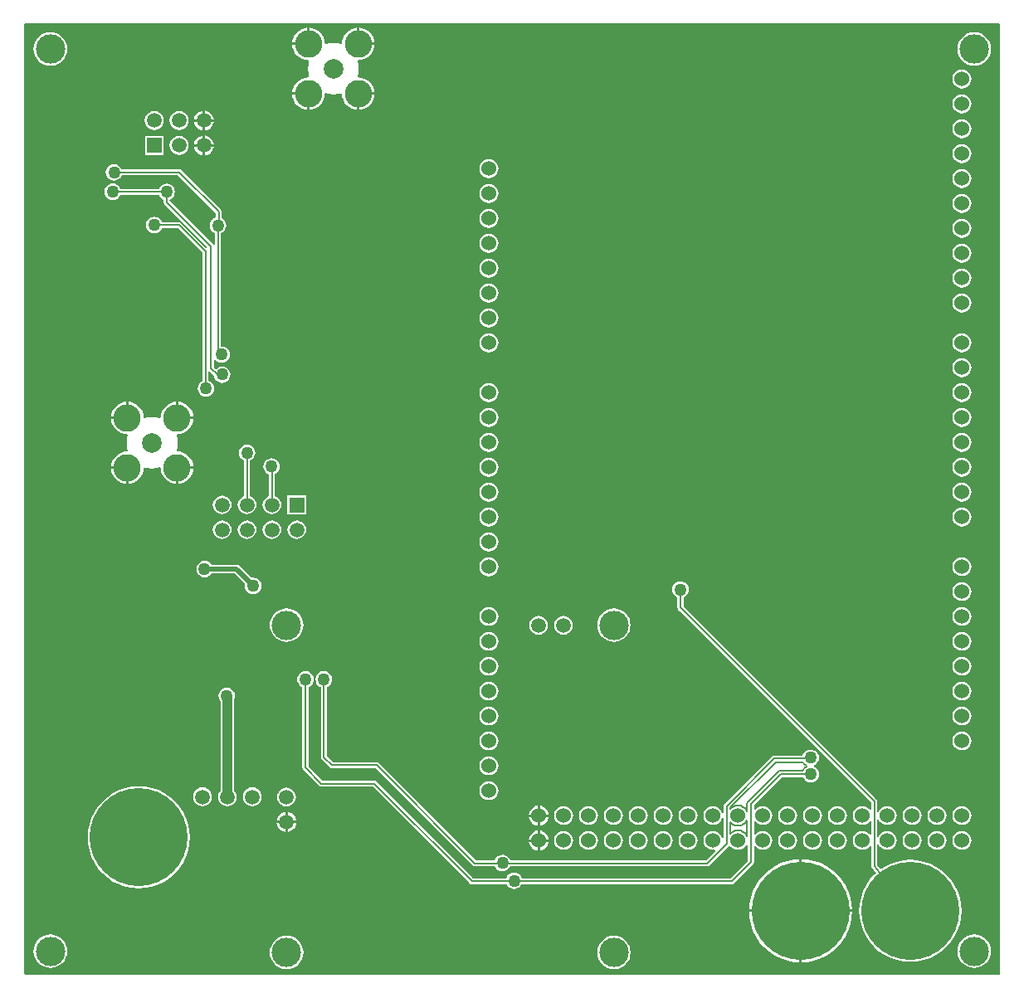
<source format=gbl>
%FSDAX23Y23*%
%MOIN*%
%SFA1B1*%

%IPPOS*%
%ADD10C,0.010000*%
%ADD22C,0.007870*%
%ADD23C,0.039370*%
%ADD24C,0.019690*%
%ADD30C,0.059060*%
%ADD31C,0.060000*%
%ADD32C,0.118110*%
%ADD33C,0.393700*%
%ADD34C,0.110240*%
%ADD35C,0.078740*%
%ADD36R,0.059060X0.059060*%
%ADD37C,0.050000*%
%ADD62C,0.005000*%
%LNupcnsl-abs-comms-rfpatest-v1.0-1*%
%LPD*%
G54D62*
X03930Y03842D02*
Y00028D01*
X00018*
X00016Y00030*
Y03844*
X03928*
X03930Y03842*
G54D10*
X03925Y03840D02*
Y00033D01*
X00020Y00033*
X00021Y00032*
Y03839*
X03926Y03839*
X03925Y03840*
X00022Y00038D02*
X03926D01*
X00022Y00048D02*
X03926D01*
X00022Y00058D02*
X03926D01*
X00022Y00068D02*
X03926D01*
X00022Y00078D02*
X03926D01*
X00022Y00088D02*
X03926D01*
X00022Y00098D02*
X03926D01*
X00022Y00108D02*
X03926D01*
X00022Y00118D02*
X03926D01*
X00022Y00128D02*
X03926D01*
X00022Y00138D02*
X03926D01*
X00022Y00148D02*
X03926D01*
X00022Y00158D02*
X03926D01*
X00022Y00168D02*
X03926D01*
X00022Y00178D02*
X03926D01*
X00022Y00188D02*
X03926D01*
X00022Y00198D02*
X03926D01*
X00022Y00208D02*
X03926D01*
X00022Y00218D02*
X03926D01*
X00022Y00228D02*
X03926D01*
X00022Y00238D02*
X03926D01*
X00022Y00248D02*
X03926D01*
X00022Y00258D02*
X03926D01*
X00022Y00268D02*
X03926D01*
X00022Y00278D02*
X03926D01*
X00022Y00288D02*
X03926D01*
X00022Y00298D02*
X03926D01*
X00022Y00308D02*
X03926D01*
X00022Y00318D02*
X03926D01*
X00022Y00328D02*
X03926D01*
X00022Y00338D02*
X03926D01*
X00022Y00348D02*
X03926D01*
X00022Y00358D02*
X03926D01*
X00022Y00368D02*
X03926D01*
X00022Y00378D02*
X03926D01*
X00022Y00388D02*
X03926D01*
X00022Y00398D02*
X03926D01*
X00022Y00408D02*
X03926D01*
X00022Y00418D02*
X03926D01*
X00022Y00428D02*
X03926D01*
X00022Y00438D02*
X03926D01*
X00022Y00448D02*
X03926D01*
X00022Y00458D02*
X03926D01*
X00022Y00468D02*
X03926D01*
X00022Y00478D02*
X03926D01*
X00022Y00488D02*
X03926D01*
X00022Y00498D02*
X03926D01*
X00022Y00508D02*
X03926D01*
X00022Y00518D02*
X03926D01*
X00022Y00528D02*
X03926D01*
X00022Y00538D02*
X03926D01*
X00022Y00548D02*
X03926D01*
X00022Y00558D02*
X03926D01*
X00022Y00568D02*
X03926D01*
X00022Y00578D02*
X03926D01*
X00022Y00588D02*
X03926D01*
X00022Y00598D02*
X03926D01*
X00022Y00608D02*
X03926D01*
X00022Y00618D02*
X03926D01*
X00022Y00628D02*
X03926D01*
X00022Y00638D02*
X03926D01*
X00022Y00648D02*
X03926D01*
X00022Y00658D02*
X03926D01*
X00022Y00668D02*
X03926D01*
X00022Y00678D02*
X03926D01*
X00022Y00688D02*
X03926D01*
X00022Y00698D02*
X03926D01*
X00022Y00708D02*
X03926D01*
X00022Y00718D02*
X03926D01*
X00022Y00728D02*
X03926D01*
X00022Y00738D02*
X03926D01*
X00022Y00748D02*
X03926D01*
X00022Y00758D02*
X03926D01*
X00022Y00768D02*
X03926D01*
X00022Y00778D02*
X03926D01*
X00022Y00788D02*
X03926D01*
X00022Y00798D02*
X03926D01*
X00022Y00808D02*
X03926D01*
X00022Y00818D02*
X03926D01*
X00022Y00828D02*
X03926D01*
X00022Y00838D02*
X03926D01*
X00022Y00848D02*
X03926D01*
X00022Y00858D02*
X03926D01*
X00022Y00868D02*
X03926D01*
X00022Y00878D02*
X03926D01*
X00022Y00888D02*
X03926D01*
X00022Y00898D02*
X03926D01*
X00022Y00908D02*
X03926D01*
X00022Y00918D02*
X03926D01*
X00022Y00928D02*
X03926D01*
X00022Y00938D02*
X03926D01*
X00022Y00948D02*
X03926D01*
X00022Y00958D02*
X03926D01*
X00022Y00968D02*
X03926D01*
X00022Y00978D02*
X03926D01*
X00022Y00988D02*
X03926D01*
X00022Y00998D02*
X03926D01*
X00022Y01008D02*
X03926D01*
X00022Y01018D02*
X03926D01*
X00022Y01028D02*
X03926D01*
X00022Y01038D02*
X03926D01*
X00022Y01048D02*
X03926D01*
X00022Y01058D02*
X03926D01*
X00022Y01068D02*
X03926D01*
X00022Y01078D02*
X03926D01*
X00022Y01088D02*
X03926D01*
X00022Y01098D02*
X03926D01*
X00022Y01108D02*
X03926D01*
X00022Y01118D02*
X03926D01*
X00022Y01128D02*
X03926D01*
X00022Y01138D02*
X03926D01*
X00022Y01148D02*
X03926D01*
X00022Y01158D02*
X03926D01*
X00022Y01168D02*
X03926D01*
X00022Y01178D02*
X03926D01*
X00022Y01188D02*
X03926D01*
X00022Y01198D02*
X03926D01*
X00022Y01208D02*
X03926D01*
X00022Y01218D02*
X03926D01*
X00022Y01228D02*
X03926D01*
X00022Y01238D02*
X03926D01*
X00022Y01248D02*
X03926D01*
X00022Y01258D02*
X03926D01*
X00022Y01268D02*
X03926D01*
X00022Y01278D02*
X03926D01*
X00022Y01288D02*
X03926D01*
X00022Y01298D02*
X03926D01*
X00022Y01308D02*
X03926D01*
X00022Y01318D02*
X03926D01*
X00022Y01328D02*
X03926D01*
X00022Y01338D02*
X03926D01*
X00022Y01348D02*
X03926D01*
X00022Y01358D02*
X03926D01*
X00022Y01368D02*
X03926D01*
X00022Y01378D02*
X03926D01*
X00022Y01388D02*
X03926D01*
X00022Y01398D02*
X03926D01*
X00022Y01408D02*
X03926D01*
X00022Y01418D02*
X03926D01*
X00022Y01428D02*
X03926D01*
X00022Y01438D02*
X03926D01*
X00022Y01448D02*
X03926D01*
X00022Y01458D02*
X03926D01*
X00022Y01468D02*
X03926D01*
X00022Y01478D02*
X03926D01*
X00022Y01488D02*
X03926D01*
X00022Y01498D02*
X03926D01*
X00022Y01508D02*
X03926D01*
X00022Y01518D02*
X03926D01*
X00022Y01528D02*
X03926D01*
X00022Y01538D02*
X03926D01*
X00022Y01548D02*
X03926D01*
X00022Y01558D02*
X03926D01*
X00022Y01568D02*
X03926D01*
X00022Y01578D02*
X03926D01*
X00022Y01588D02*
X03926D01*
X00022Y01598D02*
X03926D01*
X00022Y01608D02*
X03926D01*
X00022Y01618D02*
X03926D01*
X00022Y01628D02*
X03926D01*
X00022Y01638D02*
X03926D01*
X00022Y01648D02*
X03926D01*
X00022Y01658D02*
X03926D01*
X00022Y01668D02*
X03926D01*
X00022Y01678D02*
X03926D01*
X00022Y01688D02*
X03926D01*
X00022Y01698D02*
X03926D01*
X00022Y01708D02*
X03926D01*
X00022Y01718D02*
X03926D01*
X00022Y01728D02*
X03926D01*
X00022Y01738D02*
X03926D01*
X00022Y01748D02*
X03926D01*
X00022Y01758D02*
X03926D01*
X00022Y01768D02*
X03926D01*
X00022Y01778D02*
X03926D01*
X00022Y01788D02*
X03926D01*
X00022Y01798D02*
X03926D01*
X00022Y01808D02*
X03926D01*
X00022Y01818D02*
X03926D01*
X00022Y01828D02*
X03926D01*
X00022Y01838D02*
X03926D01*
X00022Y01848D02*
X03926D01*
X00022Y01858D02*
X03926D01*
X00022Y01868D02*
X03926D01*
X00022Y01878D02*
X03926D01*
X00022Y01888D02*
X03926D01*
X00022Y01898D02*
X03926D01*
X00022Y01908D02*
X03926D01*
X00022Y01918D02*
X03926D01*
X00022Y01928D02*
X03926D01*
X00022Y01938D02*
X03926D01*
X00022Y01948D02*
X03926D01*
X00022Y01958D02*
X03926D01*
X00022Y01968D02*
X03926D01*
X00022Y01978D02*
X03926D01*
X00022Y01988D02*
X03926D01*
X00022Y01998D02*
X03926D01*
X00022Y02008D02*
X03926D01*
X00022Y02018D02*
X03926D01*
X00022Y02028D02*
X03926D01*
X00022Y02038D02*
X03926D01*
X00022Y02048D02*
X03926D01*
X00022Y02058D02*
X03926D01*
X00022Y02068D02*
X03926D01*
X00022Y02078D02*
X03926D01*
X00022Y02088D02*
X03926D01*
X00022Y02098D02*
X03926D01*
X00022Y02108D02*
X03926D01*
X00022Y02118D02*
X03926D01*
X00022Y02128D02*
X03926D01*
X00022Y02138D02*
X03926D01*
X00022Y02148D02*
X03926D01*
X00022Y02158D02*
X03926D01*
X00022Y02168D02*
X03926D01*
X00022Y02178D02*
X03926D01*
X00022Y02188D02*
X03926D01*
X00022Y02198D02*
X03926D01*
X00022Y02208D02*
X03926D01*
X00022Y02218D02*
X03926D01*
X00022Y02228D02*
X03926D01*
X00022Y02238D02*
X03926D01*
X00022Y02248D02*
X03926D01*
X00022Y02258D02*
X03926D01*
X00022Y02268D02*
X03926D01*
X00022Y02278D02*
X03926D01*
X00022Y02288D02*
X03926D01*
X00022Y02298D02*
X03926D01*
X00022Y02308D02*
X03926D01*
X00022Y02318D02*
X03926D01*
X00022Y02328D02*
X03926D01*
X00022Y02338D02*
X03926D01*
X00022Y02348D02*
X03926D01*
X00022Y02358D02*
X03926D01*
X00022Y02368D02*
X03926D01*
X00022Y02378D02*
X03926D01*
X00022Y02388D02*
X03926D01*
X00022Y02398D02*
X03926D01*
X00022Y02408D02*
X03926D01*
X00022Y02418D02*
X03926D01*
X00022Y02428D02*
X03926D01*
X00022Y02438D02*
X03926D01*
X00022Y02448D02*
X03926D01*
X00022Y02458D02*
X03926D01*
X00022Y02468D02*
X03926D01*
X00022Y02478D02*
X03926D01*
X00022Y02488D02*
X03926D01*
X00022Y02498D02*
X03926D01*
X00022Y02508D02*
X03926D01*
X00022Y02518D02*
X03926D01*
X00022Y02528D02*
X03926D01*
X00022Y02538D02*
X03926D01*
X00022Y02548D02*
X03926D01*
X00022Y02558D02*
X03926D01*
X00022Y02568D02*
X03926D01*
X00022Y02578D02*
X03926D01*
X00022Y02588D02*
X03926D01*
X00022Y02598D02*
X03926D01*
X00022Y02608D02*
X03926D01*
X00022Y02618D02*
X03926D01*
X00022Y02628D02*
X03926D01*
X00022Y02638D02*
X03926D01*
X00022Y02648D02*
X03926D01*
X00022Y02658D02*
X03926D01*
X00022Y02668D02*
X03926D01*
X00022Y02678D02*
X03926D01*
X00022Y02688D02*
X03926D01*
X00022Y02698D02*
X03926D01*
X00022Y02708D02*
X03926D01*
X00022Y02718D02*
X03926D01*
X00022Y02728D02*
X03926D01*
X00022Y02738D02*
X03926D01*
X00022Y02748D02*
X03926D01*
X00022Y02758D02*
X03926D01*
X00022Y02768D02*
X03926D01*
X00022Y02778D02*
X03926D01*
X00022Y02788D02*
X03926D01*
X00022Y02798D02*
X03926D01*
X00022Y02808D02*
X03926D01*
X00022Y02818D02*
X03926D01*
X00022Y02828D02*
X03926D01*
X00022Y02838D02*
X03926D01*
X00022Y02848D02*
X03926D01*
X00022Y02858D02*
X03926D01*
X00022Y02868D02*
X03926D01*
X00022Y02878D02*
X03926D01*
X00022Y02888D02*
X03926D01*
X00022Y02898D02*
X03926D01*
X00022Y02908D02*
X03926D01*
X00022Y02918D02*
X03926D01*
X00022Y02928D02*
X03926D01*
X00022Y02938D02*
X03926D01*
X00022Y02948D02*
X03926D01*
X00022Y02958D02*
X03926D01*
X00022Y02968D02*
X03926D01*
X00022Y02978D02*
X03926D01*
X00022Y02988D02*
X03926D01*
X00022Y02998D02*
X03926D01*
X00022Y03008D02*
X03926D01*
X00022Y03018D02*
X03926D01*
X00022Y03028D02*
X03926D01*
X00022Y03038D02*
X03926D01*
X00022Y03048D02*
X03926D01*
X00022Y03058D02*
X03926D01*
X00022Y03068D02*
X03926D01*
X00022Y03078D02*
X03926D01*
X00022Y03088D02*
X03926D01*
X00022Y03098D02*
X03926D01*
X00022Y03108D02*
X03926D01*
X00022Y03118D02*
X03926D01*
X00022Y03128D02*
X03926D01*
X00022Y03138D02*
X03926D01*
X00022Y03148D02*
X03926D01*
X00022Y03158D02*
X03926D01*
X00022Y03168D02*
X03926D01*
X00022Y03178D02*
X03926D01*
X00022Y03188D02*
X03926D01*
X00022Y03198D02*
X03926D01*
X00022Y03208D02*
X03926D01*
X00022Y03218D02*
X03926D01*
X00022Y03228D02*
X03926D01*
X00022Y03238D02*
X03926D01*
X00022Y03248D02*
X03926D01*
X00022Y03258D02*
X03926D01*
X00022Y03268D02*
X03926D01*
X00022Y03278D02*
X03926D01*
X00022Y03288D02*
X03926D01*
X00022Y03298D02*
X03926D01*
X00022Y03308D02*
X03926D01*
X00022Y03318D02*
X03926D01*
X00022Y03328D02*
X03926D01*
X00022Y03338D02*
X03926D01*
X00022Y03348D02*
X03926D01*
X00022Y03358D02*
X03926D01*
X00022Y03368D02*
X03926D01*
X00022Y03378D02*
X03926D01*
X00022Y03388D02*
X03926D01*
X00022Y03398D02*
X03926D01*
X00022Y03408D02*
X03926D01*
X00022Y03418D02*
X03926D01*
X00022Y03428D02*
X03926D01*
X00022Y03438D02*
X03926D01*
X00022Y03448D02*
X03926D01*
X00022Y03458D02*
X03926D01*
X00022Y03468D02*
X03926D01*
X00022Y03478D02*
X03926D01*
X00022Y03488D02*
X03926D01*
X00022Y03498D02*
X03926D01*
X00022Y03508D02*
X03926D01*
X00022Y03518D02*
X03926D01*
X00022Y03528D02*
X03926D01*
X00022Y03538D02*
X03926D01*
X00022Y03548D02*
X03926D01*
X00022Y03558D02*
X03926D01*
X00022Y03568D02*
X03926D01*
X00022Y03578D02*
X03926D01*
X00022Y03588D02*
X03926D01*
X00022Y03598D02*
X03926D01*
X00022Y03608D02*
X03926D01*
X00022Y03618D02*
X03926D01*
X00022Y03628D02*
X03926D01*
X00022Y03638D02*
X03926D01*
X00022Y03648D02*
X03926D01*
X00022Y03658D02*
X03926D01*
X00022Y03668D02*
X03926D01*
X00022Y03678D02*
X03926D01*
X00022Y03688D02*
X03926D01*
X00022Y03698D02*
X03926D01*
X00022Y03708D02*
X03926D01*
X00022Y03718D02*
X03926D01*
X00022Y03728D02*
X03926D01*
X00022Y03738D02*
X03926D01*
X00022Y03748D02*
X03926D01*
X00022Y03758D02*
X03926D01*
X00022Y03768D02*
X03926D01*
X00022Y03778D02*
X03926D01*
X00022Y03788D02*
X03926D01*
X00022Y03798D02*
X03926D01*
X00022Y03808D02*
X03926D01*
X00022Y03818D02*
X03926D01*
X00022Y03828D02*
X03926D01*
X00022Y03838D02*
X03926D01*
G54D62*
X02917Y00584D02*
X02918D01*
X02913Y00589D02*
X02918D01*
X02850Y00594D02*
X02854D01*
X02908D02*
X02918D01*
X02850Y00599D02*
X02859D01*
X02902D02*
X02918D01*
X02850Y00604D02*
X02918D01*
X02850Y00609D02*
X02918D01*
X02850Y00614D02*
X02918D01*
X02850Y00619D02*
X02918D01*
X02850Y00624D02*
X02869D01*
X02892D02*
X02918D01*
X02850Y00629D02*
X02858D01*
X02904D02*
X02918D01*
X02850Y00634D02*
X02853D01*
X02909D02*
X02918D01*
X02914Y00639D02*
X02918D01*
Y00644D02*
D01*
X02917Y00684D02*
D01*
X02913Y00689D02*
X02917D01*
X02850Y00694D02*
X02854D01*
X02908D02*
X02917D01*
X02854Y00699D02*
X02859D01*
X02902D02*
X02917D01*
X02859Y00704D02*
X02917D01*
X02864Y00709D02*
X02917D01*
X02869Y00714D02*
X02918D01*
X02874Y00719D02*
X02920D01*
X02879Y00724D02*
X02924D01*
X02884Y00729D02*
X02929D01*
X02889Y00734D02*
X02934D01*
X02894Y00739D02*
X02939D01*
X02899Y00744D02*
X02944D01*
X02904Y00749D02*
X02949D01*
X02909Y00754D02*
X02954D01*
X02914Y00759D02*
X02959D01*
X02919Y00764D02*
X02964D01*
X02924Y00769D02*
X02969D01*
X02929Y00774D02*
X02974D01*
X02934Y00779D02*
X02979D01*
X02939Y00784D02*
X02984D01*
X02944Y00789D02*
X02989D01*
X02949Y00794D02*
X02994D01*
X02954Y00799D02*
X02999D01*
X02959Y00804D02*
X03004D01*
X02964Y00809D02*
X03009D01*
X02969Y00814D02*
X03014D01*
X02974Y00819D02*
X03019D01*
X02979Y00824D02*
X03024D01*
X02984Y00829D02*
X03029D01*
X02989Y00834D02*
X03034D01*
X02994Y00839D02*
X03039D01*
X02999Y00844D02*
X03140D01*
X03004Y00849D02*
X03142D01*
X03009Y00854D02*
X03147D01*
X03014Y00859D02*
X03152D01*
X03019Y00864D02*
X03157D01*
X03024Y00869D02*
X03148D01*
X03029Y00874D02*
X03143D01*
%LNupcnsl-abs-comms-rfpatest-v1.0-2*%
%LPC*%
G36*
X02649Y01604D02*
X02640Y01603D01*
X02632Y01600*
X02625Y01595*
X02620Y01588*
X02617Y01580*
X02616Y01571*
X02617Y01563*
X02620Y01555*
X02625Y01548*
X02632Y01542*
X02637Y01541*
Y01499*
X02638Y01494*
X02640Y01490*
X03416Y00715*
Y00687*
X03411Y00685*
X03407Y00690*
X03399Y00696*
X03390Y00700*
X03380Y00701*
X03370Y00700*
X03361Y00696*
X03353Y00690*
X03347Y00682*
X03343Y00673*
X03342Y00663*
X03343Y00653*
X03347Y00644*
X03353Y00636*
X03361Y00630*
X03370Y00626*
X03380Y00625*
X03390Y00626*
X03399Y00630*
X03407Y00636*
X03411Y00641*
X03416Y00639*
Y00587*
X03411Y00585*
X03407Y00590*
X03399Y00596*
X03390Y00600*
X03380Y00601*
X03370Y00600*
X03361Y00596*
X03353Y00590*
X03347Y00582*
X03343Y00573*
X03342Y00563*
X03343Y00553*
X03347Y00544*
X03353Y00536*
X03361Y00530*
X03370Y00526*
X03380Y00525*
X03390Y00526*
X03399Y00530*
X03407Y00536*
X03411Y00541*
X03416Y00539*
Y00459*
X03416Y00458*
X03416Y00456*
X03416Y00455*
X03417Y00455*
X03417Y00453*
X03418Y00452*
X03434Y00431*
X03427Y00425*
X03410Y00405*
X03395Y00383*
X03383Y00359*
X03374Y00333*
X03369Y00307*
X03367Y00280*
X03369Y00253*
X03374Y00227*
X03383Y00202*
X03395Y00177*
X03410Y00155*
X03427Y00135*
X03447Y00117*
X03470Y00102*
X03494Y00090*
X03519Y00082*
X03546Y00077*
X03572Y00075*
X03599Y00077*
X03625Y00082*
X03651Y00090*
X03675Y00102*
X03697Y00117*
X03717Y00135*
X03735Y00155*
X03750Y00177*
X03762Y00202*
X03771Y00227*
X03776Y00253*
X03778Y00280*
X03776Y00307*
X03771Y00333*
X03762Y00359*
X03750Y00383*
X03735Y00405*
X03717Y00425*
X03697Y00443*
X03675Y00458*
X03651Y00470*
X03625Y00478*
X03599Y00483*
X03572Y00485*
X03546Y00483*
X03519Y00478*
X03494Y00470*
X03470Y00458*
X03453Y00446*
X03440Y00463*
Y00548*
X03445Y00549*
X03447Y00544*
X03453Y00536*
X03461Y00530*
X03470Y00526*
X03480Y00525*
X03490Y00526*
X03499Y00530*
X03507Y00536*
X03513Y00544*
X03517Y00553*
X03518Y00563*
X03517Y00573*
X03513Y00582*
X03507Y00590*
X03499Y00596*
X03490Y00600*
X03480Y00601*
X03470Y00600*
X03461Y00596*
X03453Y00590*
X03447Y00582*
X03445Y00577*
X03440Y00578*
Y00648*
X03445Y00649*
X03447Y00644*
X03453Y00636*
X03461Y00630*
X03470Y00626*
X03480Y00625*
X03490Y00626*
X03499Y00630*
X03507Y00636*
X03513Y00644*
X03517Y00653*
X03518Y00663*
X03517Y00673*
X03513Y00682*
X03507Y00690*
X03499Y00696*
X03490Y00700*
X03480Y00701*
X03470Y00700*
X03461Y00696*
X03453Y00690*
X03447Y00682*
X03445Y00677*
X03440Y00678*
Y00720*
X03439Y00725*
X03436Y00728*
X02661Y01504*
Y01541*
X02665Y01542*
X02672Y01548*
X02678Y01555*
X02681Y01563*
X02682Y01571*
X02681Y01580*
X02678Y01588*
X02672Y01595*
X02665Y01600*
X02657Y01603*
X02649Y01604*
G37*
G36*
X01066Y00775D02*
X01057Y00774D01*
X01048Y00770*
X01040Y00764*
X01034Y00757*
X01030Y00747*
X01029Y00738*
X01030Y00728*
X01034Y00719*
X01040Y00711*
X01048Y00705*
X01057Y00701*
X01066Y00700*
X01076Y00701*
X01085Y00705*
X01093Y00711*
X01099Y00719*
X01103Y00728*
X01104Y00738*
X01103Y00747*
X01099Y00757*
X01093Y00764*
X01085Y00770*
X01076Y00774*
X01066Y00775*
G37*
G36*
X02075Y00703D02*
X02070Y00702D01*
X02060Y00698*
X02051Y00691*
X02045Y00683*
X02041Y00673*
X02040Y00668*
X02075*
Y00703*
G37*
G36*
X02085D02*
Y00668D01*
X02120*
X02119Y00673*
X02115Y00683*
X02109Y00691*
X02100Y00698*
X02090Y00702*
X02085Y00703*
G37*
G36*
X00929Y00776D02*
X00919Y00775D01*
X00910Y00771*
X00902Y00765*
X00896Y00757*
X00893Y00748*
X00891Y00738*
X00893Y00728*
X00896Y00719*
X00902Y00712*
X00910Y00706*
X00919Y00702*
X00929Y00701*
X00939Y00702*
X00948Y00706*
X00956Y00712*
X00962Y00719*
X00966Y00728*
X00967Y00738*
X00966Y00748*
X00962Y00757*
X00956Y00765*
X00948Y00771*
X00939Y00775*
X00929Y00776*
G37*
G36*
X01879Y00801D02*
X01870Y00800D01*
X01860Y00796*
X01852Y00790*
X01846Y00782*
X01843Y00773*
X01841Y00763*
X01843Y00753*
X01846Y00744*
X01852Y00736*
X01860Y00730*
X01870Y00726*
X01879Y00725*
X01889Y00726*
X01899Y00730*
X01906Y00736*
X01913Y00744*
X01916Y00753*
X01918Y00763*
X01916Y00773*
X01913Y00782*
X01906Y00790*
X01899Y00796*
X01889Y00800*
X01879Y00801*
G37*
G36*
X00729Y00776D02*
X00719Y00775D01*
X00710Y00771*
X00702Y00765*
X00696Y00757*
X00693Y00748*
X00691Y00738*
X00693Y00728*
X00696Y00719*
X00702Y00712*
X00710Y00706*
X00719Y00702*
X00729Y00701*
X00739Y00702*
X00748Y00706*
X00756Y00712*
X00762Y00719*
X00766Y00728*
X00767Y00738*
X00766Y00748*
X00762Y00757*
X00756Y00765*
X00748Y00771*
X00739Y00775*
X00729Y00776*
G37*
G36*
X00826Y01176D02*
X00818Y01175D01*
X00810Y01172*
X00803Y01167*
X00798Y01160*
X00794Y01152*
X00793Y01143*
X00794Y01135*
X00798Y01127*
X00801Y01122*
X00801Y00763*
X00796Y00757*
X00793Y00748*
X00791Y00738*
X00793Y00728*
X00796Y00719*
X00802Y00712*
X00810Y00706*
X00819Y00702*
X00829Y00701*
X00839Y00702*
X00848Y00706*
X00856Y00712*
X00862Y00719*
X00866Y00728*
X00867Y00738*
X00866Y00748*
X00862Y00757*
X00857Y00763*
X00857Y01132*
X00858Y01135*
X00859Y01143*
X00858Y01152*
X00855Y01160*
X00850Y01167*
X00843Y01172*
X00835Y01175*
X00826Y01176*
G37*
G36*
X01071Y00677D02*
Y00643D01*
X01106*
X01105Y00648*
X01101Y00658*
X01095Y00666*
X01086Y00672*
X01077Y00676*
X01071Y00677*
G37*
G36*
X03180Y00701D02*
X03170Y00700D01*
X03161Y00696*
X03153Y00690*
X03147Y00682*
X03143Y00673*
X03142Y00663*
X03143Y00653*
X03147Y00644*
X03153Y00636*
X03161Y00630*
X03170Y00626*
X03180Y00625*
X03190Y00626*
X03199Y00630*
X03207Y00636*
X03213Y00644*
X03217Y00653*
X03218Y00663*
X03217Y00673*
X03213Y00682*
X03207Y00690*
X03199Y00696*
X03190Y00700*
X03180Y00701*
G37*
G36*
X03280D02*
X03270Y00700D01*
X03261Y00696*
X03253Y00690*
X03247Y00682*
X03243Y00673*
X03242Y00663*
X03243Y00653*
X03247Y00644*
X03253Y00636*
X03261Y00630*
X03270Y00626*
X03280Y00625*
X03290Y00626*
X03299Y00630*
X03307Y00636*
X03313Y00644*
X03317Y00653*
X03318Y00663*
X03317Y00673*
X03313Y00682*
X03307Y00690*
X03299Y00696*
X03290Y00700*
X03280Y00701*
G37*
G36*
X02680D02*
X02670Y00700D01*
X02661Y00696*
X02653Y00690*
X02647Y00682*
X02643Y00673*
X02642Y00663*
X02643Y00653*
X02647Y00644*
X02653Y00636*
X02661Y00630*
X02670Y00626*
X02680Y00625*
X02690Y00626*
X02699Y00630*
X02707Y00636*
X02713Y00644*
X02717Y00653*
X02718Y00663*
X02717Y00673*
X02713Y00682*
X02707Y00690*
X02699Y00696*
X02690Y00700*
X02680Y00701*
G37*
G36*
X03080D02*
X03070Y00700D01*
X03061Y00696*
X03053Y00690*
X03047Y00682*
X03043Y00673*
X03042Y00663*
X03043Y00653*
X03047Y00644*
X03053Y00636*
X03061Y00630*
X03070Y00626*
X03080Y00625*
X03090Y00626*
X03099Y00630*
X03107Y00636*
X03113Y00644*
X03117Y00653*
X03118Y00663*
X03117Y00673*
X03113Y00682*
X03107Y00690*
X03099Y00696*
X03090Y00700*
X03080Y00701*
G37*
G36*
X03780D02*
X03770Y00700D01*
X03761Y00696*
X03753Y00690*
X03747Y00682*
X03743Y00673*
X03742Y00663*
X03743Y00653*
X03747Y00644*
X03753Y00636*
X03761Y00630*
X03770Y00626*
X03780Y00625*
X03790Y00626*
X03799Y00630*
X03807Y00636*
X03813Y00644*
X03817Y00653*
X03818Y00663*
X03817Y00673*
X03813Y00682*
X03807Y00690*
X03799Y00696*
X03790Y00700*
X03780Y00701*
G37*
G36*
X01061Y00677D02*
X01056Y00676D01*
X01047Y00672*
X01038Y00666*
X01032Y00658*
X01028Y00648*
X01027Y00643*
X01061*
Y00677*
G37*
G36*
X03580Y00701D02*
X03570Y00700D01*
X03561Y00696*
X03553Y00690*
X03547Y00682*
X03543Y00673*
X03542Y00663*
X03543Y00653*
X03547Y00644*
X03553Y00636*
X03561Y00630*
X03570Y00626*
X03580Y00625*
X03590Y00626*
X03599Y00630*
X03607Y00636*
X03613Y00644*
X03617Y00653*
X03618Y00663*
X03617Y00673*
X03613Y00682*
X03607Y00690*
X03599Y00696*
X03590Y00700*
X03580Y00701*
G37*
G36*
X03680D02*
X03670Y00700D01*
X03661Y00696*
X03653Y00690*
X03647Y00682*
X03643Y00673*
X03642Y00663*
X03643Y00653*
X03647Y00644*
X03653Y00636*
X03661Y00630*
X03670Y00626*
X03680Y00625*
X03690Y00626*
X03699Y00630*
X03707Y00636*
X03713Y00644*
X03717Y00653*
X03718Y00663*
X03717Y00673*
X03713Y00682*
X03707Y00690*
X03699Y00696*
X03690Y00700*
X03680Y00701*
G37*
G36*
X01066Y01495D02*
X01053Y01494D01*
X01041Y01490*
X01029Y01484*
X01019Y01475*
X01011Y01465*
X01004Y01453*
X01000Y01441*
X00999Y01428*
X01000Y01415*
X01004Y01402*
X01011Y01390*
X01019Y01380*
X01029Y01372*
X01041Y01366*
X01053Y01362*
X01066Y01360*
X01080Y01362*
X01092Y01366*
X01104Y01372*
X01114Y01380*
X01122Y01390*
X01129Y01402*
X01132Y01415*
X01134Y01428*
X01132Y01441*
X01129Y01453*
X01122Y01465*
X01114Y01475*
X01104Y01484*
X01092Y01490*
X01080Y01494*
X01066Y01495*
G37*
G36*
X02381D02*
X02368Y01494D01*
X02356Y01490*
X02344Y01484*
X02334Y01475*
X02325Y01465*
X02319Y01453*
X02315Y01441*
X02314Y01428*
X02315Y01415*
X02319Y01402*
X02325Y01390*
X02334Y01380*
X02344Y01372*
X02356Y01366*
X02368Y01362*
X02381Y01360*
X02395Y01362*
X02407Y01366*
X02419Y01372*
X02429Y01380*
X02437Y01390*
X02444Y01402*
X02447Y01415*
X02449Y01428*
X02447Y01441*
X02444Y01453*
X02437Y01465*
X02429Y01475*
X02419Y01484*
X02407Y01490*
X02395Y01494*
X02381Y01495*
G37*
G36*
X03780Y01401D02*
X03770Y01400D01*
X03761Y01396*
X03753Y01390*
X03747Y01382*
X03743Y01373*
X03742Y01363*
X03743Y01353*
X03747Y01344*
X03753Y01336*
X03761Y01330*
X03770Y01326*
X03780Y01325*
X03790Y01326*
X03799Y01330*
X03807Y01336*
X03813Y01344*
X03817Y01353*
X03818Y01363*
X03817Y01373*
X03813Y01382*
X03807Y01390*
X03799Y01396*
X03790Y01400*
X03780Y01401*
G37*
G36*
X01879Y01401D02*
X01870Y01400D01*
X01860Y01396*
X01852Y01390*
X01846Y01382*
X01843Y01373*
X01841Y01363*
X01843Y01353*
X01846Y01344*
X01852Y01336*
X01860Y01330*
X01870Y01326*
X01879Y01325*
X01889Y01326*
X01899Y01330*
X01906Y01336*
X01913Y01344*
X01916Y01353*
X01918Y01363*
X01916Y01373*
X01913Y01382*
X01906Y01390*
X01899Y01396*
X01889Y01400*
X01879Y01401*
G37*
G36*
X03780Y01501D02*
X03770Y01500D01*
X03761Y01496*
X03753Y01490*
X03747Y01482*
X03743Y01473*
X03742Y01463*
X03743Y01453*
X03747Y01444*
X03753Y01436*
X03761Y01430*
X03770Y01426*
X03780Y01425*
X03790Y01426*
X03799Y01430*
X03807Y01436*
X03813Y01444*
X03817Y01453*
X03818Y01463*
X03817Y01473*
X03813Y01482*
X03807Y01490*
X03799Y01496*
X03790Y01500*
X03780Y01501*
G37*
G36*
X01879Y01501D02*
X01870Y01500D01*
X01860Y01496*
X01852Y01490*
X01846Y01482*
X01843Y01473*
X01841Y01463*
X01843Y01453*
X01846Y01444*
X01852Y01436*
X01860Y01430*
X01870Y01426*
X01879Y01425*
X01889Y01426*
X01899Y01430*
X01906Y01436*
X01913Y01444*
X01916Y01453*
X01918Y01463*
X01916Y01473*
X01913Y01482*
X01906Y01490*
X01899Y01496*
X01889Y01500*
X01879Y01501*
G37*
G36*
X02080Y01465D02*
X02070Y01464D01*
X02061Y01460*
X02053Y01454*
X02047Y01447*
X02043Y01437*
X02042Y01428*
X02043Y01418*
X02047Y01409*
X02053Y01401*
X02061Y01395*
X02070Y01391*
X02080Y01390*
X02089Y01391*
X02098Y01395*
X02106Y01401*
X02112Y01409*
X02116Y01418*
X02117Y01428*
X02116Y01437*
X02112Y01447*
X02106Y01454*
X02098Y01460*
X02089Y01464*
X02080Y01465*
G37*
G36*
X02179D02*
X02169Y01464D01*
X02160Y01460*
X02153Y01454*
X02147Y01447*
X02143Y01437*
X02142Y01428*
X02143Y01418*
X02147Y01409*
X02153Y01401*
X02160Y01395*
X02169Y01391*
X02179Y01390*
X02189Y01391*
X02198Y01395*
X02206Y01401*
X02212Y01409*
X02216Y01418*
X02217Y01428*
X02216Y01437*
X02212Y01447*
X02206Y01454*
X02198Y01460*
X02189Y01464*
X02179Y01465*
G37*
G36*
X01879Y01301D02*
X01870Y01300D01*
X01860Y01296*
X01852Y01290*
X01846Y01282*
X01843Y01273*
X01841Y01263*
X01843Y01253*
X01846Y01244*
X01852Y01236*
X01860Y01230*
X01870Y01226*
X01879Y01225*
X01889Y01226*
X01899Y01230*
X01906Y01236*
X01913Y01244*
X01916Y01253*
X01918Y01263*
X01916Y01273*
X01913Y01282*
X01906Y01290*
X01899Y01296*
X01889Y01300*
X01879Y01301*
G37*
G36*
Y01001D02*
X01870Y01000D01*
X01860Y00996*
X01852Y00990*
X01846Y00982*
X01843Y00973*
X01841Y00963*
X01843Y00953*
X01846Y00944*
X01852Y00936*
X01860Y00930*
X01870Y00926*
X01879Y00925*
X01889Y00926*
X01899Y00930*
X01906Y00936*
X01913Y00944*
X01916Y00953*
X01918Y00963*
X01916Y00973*
X01913Y00982*
X01906Y00990*
X01899Y00996*
X01889Y01000*
X01879Y01001*
G37*
G36*
X03780Y01101D02*
X03770Y01100D01*
X03761Y01096*
X03753Y01090*
X03747Y01082*
X03743Y01073*
X03742Y01063*
X03743Y01053*
X03747Y01044*
X03753Y01036*
X03761Y01030*
X03770Y01026*
X03780Y01025*
X03790Y01026*
X03799Y01030*
X03807Y01036*
X03813Y01044*
X03817Y01053*
X03818Y01063*
X03817Y01073*
X03813Y01082*
X03807Y01090*
X03799Y01096*
X03790Y01100*
X03780Y01101*
G37*
G36*
X01879Y00901D02*
X01870Y00900D01*
X01860Y00896*
X01852Y00890*
X01846Y00882*
X01843Y00873*
X01841Y00863*
X01843Y00853*
X01846Y00844*
X01852Y00836*
X01860Y00830*
X01870Y00826*
X01879Y00825*
X01889Y00826*
X01899Y00830*
X01906Y00836*
X01913Y00844*
X01916Y00853*
X01918Y00863*
X01916Y00873*
X01913Y00882*
X01906Y00890*
X01899Y00896*
X01889Y00900*
X01879Y00901*
G37*
G36*
X03780Y01001D02*
X03770Y01000D01*
X03761Y00996*
X03753Y00990*
X03747Y00982*
X03743Y00973*
X03742Y00963*
X03743Y00953*
X03747Y00944*
X03753Y00936*
X03761Y00930*
X03770Y00926*
X03780Y00925*
X03790Y00926*
X03799Y00930*
X03807Y00936*
X03813Y00944*
X03817Y00953*
X03818Y00963*
X03817Y00973*
X03813Y00982*
X03807Y00990*
X03799Y00996*
X03790Y01000*
X03780Y01001*
G37*
G36*
X01879Y01201D02*
X01870Y01200D01*
X01860Y01196*
X01852Y01190*
X01846Y01182*
X01843Y01173*
X01841Y01163*
X01843Y01153*
X01846Y01144*
X01852Y01136*
X01860Y01130*
X01870Y01126*
X01879Y01125*
X01889Y01126*
X01899Y01130*
X01906Y01136*
X01913Y01144*
X01916Y01153*
X01918Y01163*
X01916Y01173*
X01913Y01182*
X01906Y01190*
X01899Y01196*
X01889Y01200*
X01879Y01201*
G37*
G36*
X03780Y01301D02*
X03770Y01300D01*
X03761Y01296*
X03753Y01290*
X03747Y01282*
X03743Y01273*
X03742Y01263*
X03743Y01253*
X03747Y01244*
X03753Y01236*
X03761Y01230*
X03770Y01226*
X03780Y01225*
X03790Y01226*
X03799Y01230*
X03807Y01236*
X03813Y01244*
X03817Y01253*
X03818Y01263*
X03817Y01273*
X03813Y01282*
X03807Y01290*
X03799Y01296*
X03790Y01300*
X03780Y01301*
G37*
G36*
X01879Y01101D02*
X01870Y01100D01*
X01860Y01096*
X01852Y01090*
X01846Y01082*
X01843Y01073*
X01841Y01063*
X01843Y01053*
X01846Y01044*
X01852Y01036*
X01860Y01030*
X01870Y01026*
X01879Y01025*
X01889Y01026*
X01899Y01030*
X01906Y01036*
X01913Y01044*
X01916Y01053*
X01918Y01063*
X01916Y01073*
X01913Y01082*
X01906Y01090*
X01899Y01096*
X01889Y01100*
X01879Y01101*
G37*
G36*
X03780Y01201D02*
X03770Y01200D01*
X03761Y01196*
X03753Y01190*
X03747Y01182*
X03743Y01173*
X03742Y01163*
X03743Y01153*
X03747Y01144*
X03753Y01136*
X03761Y01130*
X03770Y01126*
X03780Y01125*
X03790Y01126*
X03799Y01130*
X03807Y01136*
X03813Y01144*
X03817Y01153*
X03818Y01163*
X03817Y01173*
X03813Y01182*
X03807Y01190*
X03799Y01196*
X03790Y01200*
X03780Y01201*
G37*
G36*
X02580Y00701D02*
X02570Y00700D01*
X02561Y00696*
X02553Y00690*
X02547Y00682*
X02543Y00673*
X02542Y00663*
X02543Y00653*
X02547Y00644*
X02553Y00636*
X02561Y00630*
X02570Y00626*
X02580Y00625*
X02590Y00626*
X02599Y00630*
X02607Y00636*
X02613Y00644*
X02617Y00653*
X02618Y00663*
X02617Y00673*
X02613Y00682*
X02607Y00690*
X02599Y00696*
X02590Y00700*
X02580Y00701*
G37*
G36*
X02120Y00558D02*
X02085D01*
Y00523*
X02090Y00524*
X02100Y00528*
X02109Y00534*
X02115Y00543*
X02119Y00552*
X02120Y00558*
G37*
G36*
X02180Y00601D02*
X02170Y00600D01*
X02161Y00596*
X02153Y00590*
X02147Y00582*
X02143Y00573*
X02142Y00563*
X02143Y00553*
X02147Y00544*
X02153Y00536*
X02161Y00530*
X02170Y00526*
X02180Y00525*
X02190Y00526*
X02199Y00530*
X02207Y00536*
X02213Y00544*
X02217Y00553*
X02218Y00563*
X02217Y00573*
X02213Y00582*
X02207Y00590*
X02199Y00596*
X02190Y00600*
X02180Y00601*
G37*
G36*
X01216Y01243D02*
X01207Y01242D01*
X01199Y01239*
X01193Y01234*
X01187Y01227*
X01184Y01219*
X01183Y01210*
X01184Y01202*
X01187Y01194*
X01193Y01187*
X01199Y01181*
X01204Y01180*
Y00897*
X01205Y00893*
X01208Y00889*
X01240Y00856*
X01244Y00854*
X01249Y00853*
X01425*
X01814Y00463*
X01817Y00461*
X01818Y00460*
X01823Y00459*
X01903*
X01905Y00455*
X01910Y00449*
X01917Y00443*
X01925Y00440*
X01934Y00439*
X01942Y00440*
X01950Y00443*
X01957Y00449*
X01962Y00455*
X01964Y00459*
X02756*
X02761Y00460*
X02764Y00463*
X02843Y00541*
X02843Y00541*
X02849Y00541*
X02853Y00536*
X02861Y00530*
X02870Y00526*
X02880Y00525*
X02890Y00526*
X02899Y00530*
X02907Y00536*
X02913Y00544*
X02915Y00547*
X02920Y00546*
Y00481*
X02850Y00411*
X02012*
X02010Y00418*
X02004Y00425*
X01997Y00430*
X01989Y00433*
X01981Y00434*
X01972Y00433*
X01964Y00430*
X01957Y00425*
X01952Y00418*
X01949Y00411*
X01817*
X01428Y00799*
X01424Y00802*
X01420Y00803*
X01211*
X01154Y00860*
Y01180*
X01159Y01181*
X01166Y01187*
X01171Y01194*
X01174Y01202*
X01175Y01210*
X01174Y01219*
X01171Y01227*
X01166Y01234*
X01159Y01239*
X01151Y01242*
X01142Y01243*
X01134Y01242*
X01126Y01239*
X01119Y01234*
X01114Y01227*
X01110Y01219*
X01109Y01210*
X01110Y01202*
X01114Y01194*
X01119Y01187*
X01126Y01181*
X01130Y01180*
Y00855*
X01131Y00850*
X01134Y00846*
X01198Y00782*
X01202Y00780*
X01206Y00779*
X01415*
X01803Y00391*
X01807Y00388*
X01812Y00387*
X01951*
X01952Y00385*
X01957Y00378*
X01964Y00372*
X01972Y00369*
X01981Y00368*
X01989Y00369*
X01997Y00372*
X02004Y00378*
X02010Y00385*
X02011Y00387*
X02855*
X02855*
X02859Y00388*
X02863Y00391*
X02940Y00467*
X02943Y00471*
X02944Y00476*
Y00540*
X02949Y00542*
X02953Y00536*
X02961Y00530*
X02970Y00526*
X02980Y00525*
X02990Y00526*
X02999Y00530*
X03007Y00536*
X03013Y00544*
X03017Y00553*
X03018Y00563*
X03017Y00573*
X03013Y00582*
X03007Y00590*
X02999Y00596*
X02990Y00600*
X02980Y00601*
X02970Y00600*
X02961Y00596*
X02953Y00590*
X02949Y00584*
X02944Y00586*
Y00640*
X02949Y00642*
X02953Y00636*
X02961Y00630*
X02970Y00626*
X02980Y00625*
X02990Y00626*
X02999Y00630*
X03007Y00636*
X03013Y00644*
X03017Y00653*
X03018Y00663*
X03017Y00673*
X03013Y00682*
X03007Y00690*
X02999Y00696*
X02990Y00700*
X02980Y00701*
X02970Y00700*
X02961Y00696*
X02953Y00690*
X02949Y00684*
X02944Y00686*
Y00705*
X03056Y00817*
X03142*
X03144Y00813*
X03149Y00806*
X03156Y00801*
X03164Y00797*
X03173Y00796*
X03181Y00797*
X03189Y00801*
X03196Y00806*
X03201Y00813*
X03205Y00821*
X03206Y00829*
X03205Y00838*
X03201Y00846*
X03196Y00853*
X03189Y00858*
X03185Y00860*
Y00865*
X03188Y00866*
X03195Y00872*
X03200Y00879*
X03204Y00887*
X03205Y00895*
X03204Y00904*
X03200Y00912*
X03195Y00919*
X03188Y00924*
X03180Y00927*
X03172Y00928*
X03163Y00927*
X03155Y00924*
X03148Y00919*
X03143Y00912*
X03140Y00904*
X03025*
X03020Y00903*
X03017Y00901*
X02826Y00710*
X02823Y00706*
X02822Y00701*
Y00672*
X02817Y00671*
X02817Y00673*
X02813Y00682*
X02807Y00690*
X02799Y00696*
X02790Y00700*
X02780Y00701*
X02770Y00700*
X02761Y00696*
X02753Y00690*
X02747Y00682*
X02743Y00673*
X02742Y00663*
X02743Y00653*
X02747Y00644*
X02753Y00636*
X02761Y00630*
X02770Y00626*
X02780Y00625*
X02790Y00626*
X02799Y00630*
X02807Y00636*
X02813Y00644*
X02817Y00653*
X02817Y00654*
X02822Y00654*
Y00572*
X02817Y00571*
X02817Y00573*
X02813Y00582*
X02807Y00590*
X02799Y00596*
X02790Y00600*
X02780Y00601*
X02770Y00600*
X02761Y00596*
X02753Y00590*
X02747Y00582*
X02743Y00573*
X02742Y00563*
X02743Y00553*
X02747Y00544*
X02753Y00536*
X02761Y00530*
X02770Y00526*
X02780Y00525*
X02786Y00525*
X02788Y00521*
X02751Y00483*
X01964*
X01962Y00489*
X01957Y00495*
X01950Y00501*
X01942Y00504*
X01934Y00505*
X01925Y00504*
X01917Y00501*
X01910Y00495*
X01905Y00489*
X01903Y00483*
X01828*
X01438Y00873*
X01434Y00876*
X01430Y00877*
X01254*
X01228Y00902*
Y01180*
X01233Y01181*
X01239Y01187*
X01245Y01194*
X01248Y01202*
X01249Y01210*
X01248Y01219*
X01245Y01227*
X01239Y01234*
X01233Y01239*
X01225Y01242*
X01216Y01243*
G37*
G36*
X02075Y00558D02*
X02040D01*
X02041Y00552*
X02045Y00543*
X02051Y00534*
X02060Y00528*
X02070Y00524*
X02075Y00523*
Y00558*
G37*
G36*
X02480Y00601D02*
X02470Y00600D01*
X02461Y00596*
X02453Y00590*
X02447Y00582*
X02443Y00573*
X02442Y00563*
X02443Y00553*
X02447Y00544*
X02453Y00536*
X02461Y00530*
X02470Y00526*
X02480Y00525*
X02490Y00526*
X02499Y00530*
X02507Y00536*
X02513Y00544*
X02517Y00553*
X02518Y00563*
X02517Y00573*
X02513Y00582*
X02507Y00590*
X02499Y00596*
X02490Y00600*
X02480Y00601*
G37*
G36*
X02580D02*
X02570Y00600D01*
X02561Y00596*
X02553Y00590*
X02547Y00582*
X02543Y00573*
X02542Y00563*
X02543Y00553*
X02547Y00544*
X02553Y00536*
X02561Y00530*
X02570Y00526*
X02580Y00525*
X02590Y00526*
X02599Y00530*
X02607Y00536*
X02613Y00544*
X02617Y00553*
X02618Y00563*
X02617Y00573*
X02613Y00582*
X02607Y00590*
X02599Y00596*
X02590Y00600*
X02580Y00601*
G37*
G36*
X02280D02*
X02270Y00600D01*
X02261Y00596*
X02253Y00590*
X02247Y00582*
X02243Y00573*
X02242Y00563*
X02243Y00553*
X02247Y00544*
X02253Y00536*
X02261Y00530*
X02270Y00526*
X02280Y00525*
X02290Y00526*
X02299Y00530*
X02307Y00536*
X02313Y00544*
X02317Y00553*
X02318Y00563*
X02317Y00573*
X02313Y00582*
X02307Y00590*
X02299Y00596*
X02290Y00600*
X02280Y00601*
G37*
G36*
X02380D02*
X02370Y00600D01*
X02361Y00596*
X02353Y00590*
X02347Y00582*
X02343Y00573*
X02342Y00563*
X02343Y00553*
X02347Y00544*
X02353Y00536*
X02361Y00530*
X02370Y00526*
X02380Y00525*
X02390Y00526*
X02399Y00530*
X02407Y00536*
X02413Y00544*
X02417Y00553*
X02418Y00563*
X02417Y00573*
X02413Y00582*
X02407Y00590*
X02399Y00596*
X02390Y00600*
X02380Y00601*
G37*
G36*
X00473Y00780D02*
X00446Y00779D01*
X00420Y00773*
X00394Y00765*
X00370Y00753*
X00348Y00738*
X00328Y00720*
X00310Y00700*
X00295Y00678*
X00283Y00654*
X00275Y00628*
X00270Y00602*
X00268Y00575*
X00270Y00549*
X00275Y00522*
X00283Y00497*
X00295Y00473*
X00310Y00450*
X00328Y00430*
X00348Y00413*
X00370Y00398*
X00394Y00386*
X00420Y00377*
X00446Y00372*
X00473Y00370*
X00500Y00372*
X00526Y00377*
X00551Y00386*
X00576Y00398*
X00598Y00413*
X00618Y00430*
X00636Y00450*
X00651Y00473*
X00662Y00497*
X00671Y00522*
X00676Y00549*
X00678Y00575*
X00676Y00602*
X00671Y00628*
X00662Y00654*
X00651Y00678*
X00636Y00700*
X00618Y00720*
X00598Y00738*
X00576Y00753*
X00551Y00765*
X00526Y00773*
X00500Y00779*
X00473Y00780*
G37*
G36*
X00118Y00185D02*
X00104Y00184D01*
X00092Y00180*
X00080Y00174*
X00070Y00165*
X00062Y00155*
X00055Y00143*
X00052Y00131*
X00050Y00118*
X00052Y00104*
X00055Y00092*
X00062Y00080*
X00070Y00070*
X00080Y00062*
X00092Y00055*
X00104Y00052*
X00118Y00050*
X00131Y00052*
X00143Y00055*
X00155Y00062*
X00165Y00070*
X00174Y00080*
X00180Y00092*
X00184Y00104*
X00185Y00118*
X00184Y00131*
X00180Y00143*
X00174Y00155*
X00165Y00165*
X00155Y00174*
X00143Y00180*
X00131Y00184*
X00118Y00185*
G37*
G36*
X03829D02*
X03816Y00184D01*
X03803Y00180*
X03792Y00174*
X03782Y00165*
X03773Y00155*
X03767Y00143*
X03763Y00131*
X03762Y00118*
X03763Y00104*
X03767Y00092*
X03773Y00080*
X03782Y00070*
X03792Y00062*
X03803Y00055*
X03816Y00052*
X03829Y00050*
X03842Y00052*
X03855Y00055*
X03867Y00062*
X03877Y00070*
X03885Y00080*
X03891Y00092*
X03895Y00104*
X03896Y00118*
X03895Y00131*
X03891Y00143*
X03885Y00155*
X03877Y00165*
X03867Y00174*
X03855Y00180*
X03842Y00184*
X03829Y00185*
G37*
G36*
X01066Y00180D02*
X01053Y00179D01*
X01041Y00175*
X01029Y00169*
X01019Y00160*
X01011Y00150*
X01004Y00138*
X01000Y00126*
X00999Y00113*
X01000Y00100*
X01004Y00087*
X01011Y00075*
X01019Y00065*
X01029Y00057*
X01041Y00051*
X01053Y00047*
X01066Y00045*
X01080Y00047*
X01092Y00051*
X01104Y00057*
X01114Y00065*
X01122Y00075*
X01129Y00087*
X01132Y00100*
X01134Y00113*
X01132Y00126*
X01129Y00138*
X01122Y00150*
X01114Y00160*
X01104Y00169*
X01092Y00175*
X01080Y00179*
X01066Y00180*
G37*
G36*
X02381D02*
X02368Y00179D01*
X02356Y00175*
X02344Y00169*
X02334Y00160*
X02325Y00150*
X02319Y00138*
X02315Y00126*
X02314Y00113*
X02315Y00100*
X02319Y00087*
X02325Y00075*
X02334Y00065*
X02344Y00057*
X02356Y00051*
X02368Y00047*
X02381Y00045*
X02395Y00047*
X02407Y00051*
X02419Y00057*
X02429Y00065*
X02437Y00075*
X02444Y00087*
X02447Y00100*
X02449Y00113*
X02447Y00126*
X02444Y00138*
X02437Y00150*
X02429Y00160*
X02419Y00169*
X02407Y00175*
X02395Y00179*
X02381Y00180*
G37*
G36*
X03126Y00487D02*
X03104Y00486D01*
X03078Y00480*
X03052Y00472*
X03028Y00460*
X03005Y00444*
X02985Y00427*
X02967Y00406*
X02952Y00384*
X02940Y00359*
X02931Y00334*
X02926Y00307*
X02925Y00285*
X03126*
Y00487*
G37*
G36*
X03136D02*
Y00285D01*
X03338*
X03337Y00307*
X03332Y00334*
X03323Y00359*
X03311Y00384*
X03296Y00406*
X03278Y00427*
X03258Y00444*
X03235Y00460*
X03211Y00472*
X03185Y00480*
X03159Y00486*
X03136Y00487*
G37*
G36*
X03126Y00275D02*
X02925D01*
X02926Y00253*
X02931Y00226*
X02940Y00201*
X02952Y00176*
X02967Y00154*
X02985Y00133*
X03005Y00116*
X03028Y00100*
X03052Y00089*
X03078Y00080*
X03104Y00074*
X03126Y00073*
Y00275*
G37*
G36*
X03338D02*
X03136D01*
Y00073*
X03159Y00074*
X03185Y00080*
X03211Y00089*
X03235Y00100*
X03258Y00116*
X03278Y00133*
X03296Y00154*
X03311Y00176*
X03323Y00201*
X03332Y00226*
X03337Y00253*
X03338Y00275*
G37*
G36*
X02075Y00658D02*
X02040D01*
X02041Y00652*
X02045Y00643*
X02051Y00634*
X02060Y00628*
X02070Y00624*
X02075Y00623*
Y00658*
G37*
G36*
X02120D02*
X02085D01*
Y00623*
X02090Y00624*
X02100Y00628*
X02109Y00634*
X02115Y00643*
X02119Y00652*
X02120Y00658*
G37*
G36*
X01061Y00633D02*
X01027D01*
X01028Y00627*
X01032Y00618*
X01038Y00610*
X01047Y00603*
X01056Y00599*
X01061Y00598*
Y00633*
G37*
G36*
X01106D02*
X01071D01*
Y00598*
X01077Y00599*
X01086Y00603*
X01095Y00610*
X01101Y00618*
X01105Y00627*
X01106Y00633*
G37*
G36*
X02380Y00701D02*
X02370Y00700D01*
X02361Y00696*
X02353Y00690*
X02347Y00682*
X02343Y00673*
X02342Y00663*
X02343Y00653*
X02347Y00644*
X02353Y00636*
X02361Y00630*
X02370Y00626*
X02380Y00625*
X02390Y00626*
X02399Y00630*
X02407Y00636*
X02413Y00644*
X02417Y00653*
X02418Y00663*
X02417Y00673*
X02413Y00682*
X02407Y00690*
X02399Y00696*
X02390Y00700*
X02380Y00701*
G37*
G36*
X02480D02*
X02470Y00700D01*
X02461Y00696*
X02453Y00690*
X02447Y00682*
X02443Y00673*
X02442Y00663*
X02443Y00653*
X02447Y00644*
X02453Y00636*
X02461Y00630*
X02470Y00626*
X02480Y00625*
X02490Y00626*
X02499Y00630*
X02507Y00636*
X02513Y00644*
X02517Y00653*
X02518Y00663*
X02517Y00673*
X02513Y00682*
X02507Y00690*
X02499Y00696*
X02490Y00700*
X02480Y00701*
G37*
G36*
X02180D02*
X02170Y00700D01*
X02161Y00696*
X02153Y00690*
X02147Y00682*
X02143Y00673*
X02142Y00663*
X02143Y00653*
X02147Y00644*
X02153Y00636*
X02161Y00630*
X02170Y00626*
X02180Y00625*
X02190Y00626*
X02199Y00630*
X02207Y00636*
X02213Y00644*
X02217Y00653*
X02218Y00663*
X02217Y00673*
X02213Y00682*
X02207Y00690*
X02199Y00696*
X02190Y00700*
X02180Y00701*
G37*
G36*
X02280D02*
X02270Y00700D01*
X02261Y00696*
X02253Y00690*
X02247Y00682*
X02243Y00673*
X02242Y00663*
X02243Y00653*
X02247Y00644*
X02253Y00636*
X02261Y00630*
X02270Y00626*
X02280Y00625*
X02290Y00626*
X02299Y00630*
X02307Y00636*
X02313Y00644*
X02317Y00653*
X02318Y00663*
X02317Y00673*
X02313Y00682*
X02307Y00690*
X02299Y00696*
X02290Y00700*
X02280Y00701*
G37*
G36*
X02085Y00603D02*
Y00568D01*
X02120*
X02119Y00573*
X02115Y00583*
X02109Y00591*
X02100Y00598*
X02090Y00602*
X02085Y00603*
G37*
G36*
X03180Y00601D02*
X03170Y00600D01*
X03161Y00596*
X03153Y00590*
X03147Y00582*
X03143Y00573*
X03142Y00563*
X03143Y00553*
X03147Y00544*
X03153Y00536*
X03161Y00530*
X03170Y00526*
X03180Y00525*
X03190Y00526*
X03199Y00530*
X03207Y00536*
X03213Y00544*
X03217Y00553*
X03218Y00563*
X03217Y00573*
X03213Y00582*
X03207Y00590*
X03199Y00596*
X03190Y00600*
X03180Y00601*
G37*
G36*
X03280D02*
X03270Y00600D01*
X03261Y00596*
X03253Y00590*
X03247Y00582*
X03243Y00573*
X03242Y00563*
X03243Y00553*
X03247Y00544*
X03253Y00536*
X03261Y00530*
X03270Y00526*
X03280Y00525*
X03290Y00526*
X03299Y00530*
X03307Y00536*
X03313Y00544*
X03317Y00553*
X03318Y00563*
X03317Y00573*
X03313Y00582*
X03307Y00590*
X03299Y00596*
X03290Y00600*
X03280Y00601*
G37*
G36*
X02680D02*
X02670Y00600D01*
X02661Y00596*
X02653Y00590*
X02647Y00582*
X02643Y00573*
X02642Y00563*
X02643Y00553*
X02647Y00544*
X02653Y00536*
X02661Y00530*
X02670Y00526*
X02680Y00525*
X02690Y00526*
X02699Y00530*
X02707Y00536*
X02713Y00544*
X02717Y00553*
X02718Y00563*
X02717Y00573*
X02713Y00582*
X02707Y00590*
X02699Y00596*
X02690Y00600*
X02680Y00601*
G37*
G36*
X03080D02*
X03070Y00600D01*
X03061Y00596*
X03053Y00590*
X03047Y00582*
X03043Y00573*
X03042Y00563*
X03043Y00553*
X03047Y00544*
X03053Y00536*
X03061Y00530*
X03070Y00526*
X03080Y00525*
X03090Y00526*
X03099Y00530*
X03107Y00536*
X03113Y00544*
X03117Y00553*
X03118Y00563*
X03117Y00573*
X03113Y00582*
X03107Y00590*
X03099Y00596*
X03090Y00600*
X03080Y00601*
G37*
G36*
X03780D02*
X03770Y00600D01*
X03761Y00596*
X03753Y00590*
X03747Y00582*
X03743Y00573*
X03742Y00563*
X03743Y00553*
X03747Y00544*
X03753Y00536*
X03761Y00530*
X03770Y00526*
X03780Y00525*
X03790Y00526*
X03799Y00530*
X03807Y00536*
X03813Y00544*
X03817Y00553*
X03818Y00563*
X03817Y00573*
X03813Y00582*
X03807Y00590*
X03799Y00596*
X03790Y00600*
X03780Y00601*
G37*
G36*
X02075Y00603D02*
X02070Y00602D01*
X02060Y00598*
X02051Y00591*
X02045Y00583*
X02041Y00573*
X02040Y00568*
X02075*
Y00603*
G37*
G36*
X03580Y00601D02*
X03570Y00600D01*
X03561Y00596*
X03553Y00590*
X03547Y00582*
X03543Y00573*
X03542Y00563*
X03543Y00553*
X03547Y00544*
X03553Y00536*
X03561Y00530*
X03570Y00526*
X03580Y00525*
X03590Y00526*
X03599Y00530*
X03607Y00536*
X03613Y00544*
X03617Y00553*
X03618Y00563*
X03617Y00573*
X03613Y00582*
X03607Y00590*
X03599Y00596*
X03590Y00600*
X03580Y00601*
G37*
G36*
X03680D02*
X03670Y00600D01*
X03661Y00596*
X03653Y00590*
X03647Y00582*
X03643Y00573*
X03642Y00563*
X03643Y00553*
X03647Y00544*
X03653Y00536*
X03661Y00530*
X03670Y00526*
X03680Y00525*
X03690Y00526*
X03699Y00530*
X03707Y00536*
X03713Y00544*
X03717Y00553*
X03718Y00563*
X03717Y00573*
X03713Y00582*
X03707Y00590*
X03699Y00596*
X03690Y00600*
X03680Y00601*
G37*
G36*
X03780Y03261D02*
X03770Y03259D01*
X03761Y03256*
X03753Y03250*
X03747Y03242*
X03743Y03232*
X03742Y03223*
X03743Y03213*
X03747Y03203*
X03753Y03196*
X03761Y03189*
X03770Y03186*
X03780Y03184*
X03790Y03186*
X03799Y03189*
X03807Y03196*
X03813Y03203*
X03817Y03213*
X03818Y03223*
X03817Y03232*
X03813Y03242*
X03807Y03250*
X03799Y03256*
X03790Y03259*
X03780Y03261*
G37*
G36*
X01879Y03301D02*
X01870Y03299D01*
X01860Y03295*
X01852Y03289*
X01846Y03281*
X01843Y03272*
X01841Y03262*
X01843Y03252*
X01846Y03243*
X01852Y03235*
X01860Y03229*
X01870Y03225*
X01879Y03224*
X01889Y03225*
X01899Y03229*
X01906Y03235*
X01913Y03243*
X01916Y03252*
X01918Y03262*
X01916Y03272*
X01913Y03281*
X01906Y03289*
X01899Y03295*
X01889Y03299*
X01879Y03301*
G37*
G36*
X03780Y03161D02*
X03770Y03159D01*
X03761Y03156*
X03753Y03150*
X03747Y03142*
X03743Y03132*
X03742Y03123*
X03743Y03113*
X03747Y03103*
X03753Y03096*
X03761Y03089*
X03770Y03086*
X03780Y03084*
X03790Y03086*
X03799Y03089*
X03807Y03096*
X03813Y03103*
X03817Y03113*
X03818Y03123*
X03817Y03132*
X03813Y03142*
X03807Y03150*
X03799Y03156*
X03790Y03159*
X03780Y03161*
G37*
G36*
X01879Y03201D02*
X01870Y03199D01*
X01860Y03195*
X01852Y03189*
X01846Y03181*
X01843Y03172*
X01841Y03162*
X01843Y03152*
X01846Y03143*
X01852Y03135*
X01860Y03129*
X01870Y03125*
X01879Y03124*
X01889Y03125*
X01899Y03129*
X01906Y03135*
X01913Y03143*
X01916Y03152*
X01918Y03162*
X01916Y03172*
X01913Y03181*
X01906Y03189*
X01899Y03195*
X01889Y03199*
X01879Y03201*
G37*
G36*
X03780Y03361D02*
X03770Y03359D01*
X03761Y03356*
X03753Y03350*
X03747Y03342*
X03743Y03332*
X03742Y03323*
X03743Y03313*
X03747Y03303*
X03753Y03296*
X03761Y03289*
X03770Y03286*
X03780Y03284*
X03790Y03286*
X03799Y03289*
X03807Y03296*
X03813Y03303*
X03817Y03313*
X03818Y03323*
X03817Y03332*
X03813Y03342*
X03807Y03350*
X03799Y03356*
X03790Y03359*
X03780Y03361*
G37*
G36*
X00635Y03394D02*
X00625Y03392D01*
X00616Y03388*
X00608Y03382*
X00602Y03375*
X00598Y03366*
X00597Y03356*
X00598Y03346*
X00602Y03337*
X00608Y03329*
X00616Y03323*
X00625Y03319*
X00635Y03318*
X00645Y03319*
X00654Y03323*
X00662Y03329*
X00668Y03337*
X00671Y03346*
X00673Y03356*
X00671Y03366*
X00668Y03375*
X00662Y03382*
X00654Y03388*
X00645Y03392*
X00635Y03394*
G37*
G36*
X00572Y03393D02*
X00498D01*
Y03318*
X00572*
Y03393*
G37*
G36*
X00730Y03351D02*
X00696D01*
X00696Y03345*
X00700Y03336*
X00707Y03328*
X00715Y03321*
X00725Y03317*
X00730Y03317*
Y03351*
G37*
G36*
X00774D02*
X00740D01*
Y03317*
X00745Y03317*
X00755Y03321*
X00763Y03328*
X00769Y03336*
X00773Y03345*
X00774Y03351*
G37*
G36*
X03780Y02861D02*
X03770Y02859D01*
X03761Y02856*
X03753Y02850*
X03747Y02842*
X03743Y02832*
X03742Y02823*
X03743Y02813*
X03747Y02803*
X03753Y02796*
X03761Y02789*
X03770Y02786*
X03780Y02784*
X03790Y02786*
X03799Y02789*
X03807Y02796*
X03813Y02803*
X03817Y02813*
X03818Y02823*
X03817Y02832*
X03813Y02842*
X03807Y02850*
X03799Y02856*
X03790Y02859*
X03780Y02861*
G37*
G36*
X01879Y02901D02*
X01870Y02899D01*
X01860Y02895*
X01852Y02889*
X01846Y02881*
X01843Y02872*
X01841Y02862*
X01843Y02852*
X01846Y02843*
X01852Y02835*
X01860Y02829*
X01870Y02825*
X01879Y02824*
X01889Y02825*
X01899Y02829*
X01906Y02835*
X01913Y02843*
X01916Y02852*
X01918Y02862*
X01916Y02872*
X01913Y02881*
X01906Y02889*
X01899Y02895*
X01889Y02899*
X01879Y02901*
G37*
G36*
X03780Y02761D02*
X03770Y02759D01*
X03761Y02756*
X03753Y02750*
X03747Y02742*
X03743Y02732*
X03742Y02723*
X03743Y02713*
X03747Y02703*
X03753Y02696*
X03761Y02689*
X03770Y02686*
X03780Y02684*
X03790Y02686*
X03799Y02689*
X03807Y02696*
X03813Y02703*
X03817Y02713*
X03818Y02723*
X03817Y02732*
X03813Y02742*
X03807Y02750*
X03799Y02756*
X03790Y02759*
X03780Y02761*
G37*
G36*
X01879Y02801D02*
X01870Y02799D01*
X01860Y02795*
X01852Y02789*
X01846Y02781*
X01843Y02772*
X01841Y02762*
X01843Y02752*
X01846Y02743*
X01852Y02735*
X01860Y02729*
X01870Y02725*
X01879Y02724*
X01889Y02725*
X01899Y02729*
X01906Y02735*
X01913Y02743*
X01916Y02752*
X01918Y02762*
X01916Y02772*
X01913Y02781*
X01906Y02789*
X01899Y02795*
X01889Y02799*
X01879Y02801*
G37*
G36*
X03780Y02961D02*
X03770Y02959D01*
X03761Y02956*
X03753Y02950*
X03747Y02942*
X03743Y02932*
X03742Y02923*
X03743Y02913*
X03747Y02903*
X03753Y02896*
X03761Y02889*
X03770Y02886*
X03780Y02884*
X03790Y02886*
X03799Y02889*
X03807Y02896*
X03813Y02903*
X03817Y02913*
X03818Y02923*
X03817Y02932*
X03813Y02942*
X03807Y02950*
X03799Y02956*
X03790Y02959*
X03780Y02961*
G37*
G36*
Y03061D02*
X03770Y03059D01*
X03761Y03056*
X03753Y03050*
X03747Y03042*
X03743Y03032*
X03742Y03023*
X03743Y03013*
X03747Y03003*
X03753Y02996*
X03761Y02989*
X03770Y02986*
X03780Y02984*
X03790Y02986*
X03799Y02989*
X03807Y02996*
X03813Y03003*
X03817Y03013*
X03818Y03023*
X03817Y03032*
X03813Y03042*
X03807Y03050*
X03799Y03056*
X03790Y03059*
X03780Y03061*
G37*
G36*
X01879Y03101D02*
X01870Y03099D01*
X01860Y03095*
X01852Y03089*
X01846Y03081*
X01843Y03072*
X01841Y03062*
X01843Y03052*
X01846Y03043*
X01852Y03035*
X01860Y03029*
X01870Y03025*
X01879Y03024*
X01889Y03025*
X01899Y03029*
X01906Y03035*
X01913Y03043*
X01916Y03052*
X01918Y03062*
X01916Y03072*
X01913Y03081*
X01906Y03089*
X01899Y03095*
X01889Y03099*
X01879Y03101*
G37*
G36*
Y03001D02*
X01870Y02999D01*
X01860Y02995*
X01852Y02989*
X01846Y02981*
X01843Y02972*
X01841Y02962*
X01843Y02952*
X01846Y02943*
X01852Y02935*
X01860Y02929*
X01870Y02925*
X01879Y02924*
X01889Y02925*
X01899Y02929*
X01906Y02935*
X01913Y02943*
X01916Y02952*
X01918Y02962*
X01916Y02972*
X01913Y02981*
X01906Y02989*
X01899Y02995*
X01889Y02999*
X01879Y03001*
G37*
G36*
X00374Y03281D02*
X00365Y03280D01*
X00357Y03276*
X00350Y03271*
X00345Y03264*
X00341Y03256*
X00340Y03248*
X00341Y03239*
X00345Y03231*
X00350Y03224*
X00357Y03219*
X00365Y03216*
X00374Y03214*
X00382Y03216*
X00390Y03219*
X00397Y03224*
X00402Y03231*
X00404Y03235*
X00630*
X00782Y03084*
Y03066*
X00774Y03063*
X00767Y03057*
X00762Y03051*
X00759Y03043*
X00758Y03034*
X00759Y03025*
X00762Y03017*
X00767Y03011*
X00774Y03005*
X00779Y03003*
Y02957*
X00778Y02956*
X00774Y02956*
X00772Y02959*
X00597Y03133*
Y03138*
X00602Y03140*
X00609Y03145*
X00614Y03152*
X00617Y03160*
X00618Y03169*
X00617Y03177*
X00614Y03185*
X00609Y03192*
X00602Y03198*
X00594Y03201*
X00585Y03202*
X00577Y03201*
X00569Y03198*
X00562Y03192*
X00556Y03185*
X00555Y03181*
X00399*
X00396Y03186*
X00391Y03193*
X00384Y03198*
X00376Y03202*
X00368Y03203*
X00359Y03202*
X00351Y03198*
X00344Y03193*
X00339Y03186*
X00336Y03178*
X00334Y03170*
X00336Y03161*
X00339Y03153*
X00344Y03146*
X00351Y03141*
X00359Y03138*
X00368Y03137*
X00376Y03138*
X00384Y03141*
X00391Y03146*
X00396Y03153*
X00398Y03157*
X00555*
X00556Y03152*
X00562Y03145*
X00569Y03140*
X00573Y03138*
Y03128*
X00574Y03124*
X00577Y03120*
X00749Y02948*
X00749Y02946*
X00743Y02944*
X00643Y03044*
X00639Y03047*
X00634Y03048*
X00566*
X00564Y03053*
X00558Y03059*
X00552Y03065*
X00544Y03068*
X00535Y03069*
X00526Y03068*
X00518Y03065*
X00511Y03059*
X00506Y03053*
X00503Y03045*
X00502Y03036*
X00503Y03027*
X00506Y03019*
X00511Y03012*
X00518Y03007*
X00526Y03004*
X00535Y03003*
X00544Y03004*
X00552Y03007*
X00558Y03012*
X00564Y03019*
X00566Y03024*
X00629*
X00729Y02925*
Y02409*
X00726Y02408*
X00719Y02403*
X00714Y02396*
X00711Y02388*
X00709Y02379*
X00711Y02371*
X00714Y02363*
X00719Y02356*
X00726Y02351*
X00734Y02347*
X00743Y02346*
X00751Y02347*
X00759Y02351*
X00766Y02356*
X00771Y02363*
X00775Y02371*
X00776Y02379*
X00775Y02388*
X00771Y02396*
X00766Y02403*
X00759Y02408*
X00753Y02411*
Y02446*
X00758Y02448*
X00775Y02430*
X00776Y02426*
X00779Y02418*
X00784Y02411*
X00791Y02406*
X00799Y02403*
X00808Y02401*
X00816Y02403*
X00824Y02406*
X00831Y02411*
X00836Y02418*
X00840Y02426*
X00841Y02435*
X00840Y02443*
X00836Y02451*
X00831Y02458*
X00824Y02463*
X00816Y02467*
X00808Y02468*
X00799Y02467*
X00791Y02463*
X00784Y02458*
X00782Y02458*
X00775Y02464*
Y02493*
X00780Y02494*
X00782Y02492*
X00789Y02487*
X00797Y02483*
X00806Y02482*
X00814Y02483*
X00822Y02487*
X00829Y02492*
X00834Y02499*
X00838Y02507*
X00839Y02515*
X00838Y02524*
X00834Y02532*
X00829Y02539*
X00822Y02544*
X00814Y02547*
X00806Y02548*
X00803Y02551*
Y03003*
X00807Y03005*
X00814Y03011*
X00820Y03017*
X00823Y03025*
X00824Y03034*
X00823Y03043*
X00820Y03051*
X00814Y03057*
X00807Y03063*
X00806Y03063*
Y03089*
X00805Y03094*
X00802Y03098*
X00644Y03256*
X00640Y03259*
X00635Y03260*
X00404*
X00402Y03264*
X00397Y03271*
X00390Y03276*
X00382Y03280*
X00374Y03281*
G37*
G36*
X01419Y03559D02*
X01359D01*
Y03499*
X01367Y03500*
X01379Y03503*
X01391Y03509*
X01401Y03518*
X01409Y03528*
X01415Y03539*
X01419Y03551*
X01419Y03559*
G37*
G36*
X03780Y03661D02*
X03770Y03659D01*
X03761Y03656*
X03753Y03650*
X03747Y03642*
X03743Y03632*
X03742Y03623*
X03743Y03613*
X03747Y03603*
X03753Y03596*
X03761Y03589*
X03770Y03586*
X03780Y03584*
X03790Y03586*
X03799Y03589*
X03807Y03596*
X03813Y03603*
X03817Y03613*
X03818Y03623*
X03817Y03632*
X03813Y03642*
X03807Y03650*
X03799Y03656*
X03790Y03659*
X03780Y03661*
G37*
G36*
Y03561D02*
X03770Y03559D01*
X03761Y03556*
X03753Y03550*
X03747Y03542*
X03743Y03532*
X03742Y03523*
X03743Y03513*
X03747Y03503*
X03753Y03496*
X03761Y03489*
X03770Y03486*
X03780Y03484*
X03790Y03486*
X03799Y03489*
X03807Y03496*
X03813Y03503*
X03817Y03513*
X03818Y03523*
X03817Y03532*
X03813Y03542*
X03807Y03550*
X03799Y03556*
X03790Y03559*
X03780Y03561*
G37*
G36*
X01149Y03559D02*
X01089D01*
X01090Y03551*
X01094Y03539*
X01100Y03528*
X01108Y03518*
X01118Y03509*
X01129Y03503*
X01142Y03500*
X01149Y03499*
Y03559*
G37*
G36*
X00118Y03811D02*
X00104Y03810D01*
X00092Y03806*
X00080Y03800*
X00070Y03791*
X00062Y03781*
X00055Y03769*
X00052Y03757*
X00050Y03744*
X00052Y03730*
X00055Y03718*
X00062Y03706*
X00070Y03696*
X00080Y03688*
X00092Y03681*
X00104Y03678*
X00118Y03676*
X00131Y03678*
X00143Y03681*
X00155Y03688*
X00165Y03696*
X00174Y03706*
X00180Y03718*
X00184Y03730*
X00185Y03744*
X00184Y03757*
X00180Y03769*
X00174Y03781*
X00165Y03791*
X00155Y03800*
X00143Y03806*
X00131Y03810*
X00118Y03811*
G37*
G36*
X01149Y03829D02*
X01142Y03828D01*
X01129Y03824*
X01118Y03818*
X01108Y03810*
X01100Y03800*
X01094Y03789*
X01090Y03777*
X01089Y03769*
X01149*
Y03829*
G37*
G36*
X01359D02*
Y03769D01*
X01419*
X01419Y03777*
X01415Y03789*
X01409Y03800*
X01401Y03810*
X01391Y03818*
X01379Y03824*
X01367Y03828*
X01359Y03829*
G37*
G36*
X03829Y03811D02*
X03816Y03810D01*
X03803Y03806*
X03792Y03800*
X03782Y03791*
X03773Y03781*
X03767Y03769*
X03763Y03757*
X03762Y03744*
X03763Y03730*
X03767Y03718*
X03773Y03706*
X03782Y03696*
X03792Y03688*
X03803Y03681*
X03816Y03678*
X03829Y03676*
X03842Y03678*
X03855Y03681*
X03867Y03688*
X03877Y03696*
X03885Y03706*
X03891Y03718*
X03895Y03730*
X03896Y03744*
X03895Y03757*
X03891Y03769*
X03885Y03781*
X03877Y03791*
X03867Y03800*
X03855Y03806*
X03842Y03810*
X03829Y03811*
G37*
G36*
X01349Y03829D02*
X01342Y03828D01*
X01329Y03824*
X01318Y03818*
X01308Y03810*
X01300Y03800*
X01294Y03789*
X01290Y03777*
X01289Y03766*
X01285Y03762*
X01274Y03765*
X01254Y03767*
X01234Y03765*
X01224Y03762*
X01220Y03766*
X01219Y03777*
X01215Y03789*
X01209Y03800*
X01201Y03810*
X01191Y03818*
X01179Y03824*
X01167Y03828*
X01159Y03829*
Y03764*
X01154*
Y03759*
X01089*
X01090Y03751*
X01094Y03739*
X01100Y03728*
X01108Y03718*
X01118Y03709*
X01129Y03703*
X01142Y03700*
X01153Y03699*
X01157Y03694*
X01154Y03684*
X01152Y03664*
X01154Y03644*
X01157Y03633*
X01153Y03629*
X01142Y03628*
X01129Y03624*
X01118Y03618*
X01108Y03610*
X01100Y03600*
X01094Y03589*
X01090Y03577*
X01089Y03569*
X01154*
Y03564*
X01159*
Y03499*
X01167Y03500*
X01179Y03503*
X01191Y03509*
X01201Y03518*
X01209Y03528*
X01215Y03539*
X01219Y03551*
X01220Y03562*
X01224Y03566*
X01234Y03563*
X01254Y03561*
X01274Y03563*
X01285Y03566*
X01289Y03562*
X01290Y03551*
X01294Y03539*
X01300Y03528*
X01308Y03518*
X01318Y03509*
X01329Y03503*
X01342Y03500*
X01349Y03499*
Y03564*
X01354*
Y03569*
X01419*
X01419Y03577*
X01415Y03589*
X01409Y03600*
X01401Y03610*
X01391Y03618*
X01379Y03624*
X01367Y03628*
X01356Y03629*
X01352Y03633*
X01355Y03644*
X01357Y03664*
X01355Y03684*
X01352Y03694*
X01356Y03699*
X01367Y03700*
X01379Y03703*
X01391Y03709*
X01401Y03718*
X01409Y03728*
X01415Y03739*
X01419Y03751*
X01419Y03759*
X01354*
Y03764*
X01349*
Y03829*
G37*
G36*
X03780Y03461D02*
X03770Y03459D01*
X03761Y03456*
X03753Y03450*
X03747Y03442*
X03743Y03432*
X03742Y03423*
X03743Y03413*
X03747Y03403*
X03753Y03396*
X03761Y03389*
X03770Y03386*
X03780Y03384*
X03790Y03386*
X03799Y03389*
X03807Y03396*
X03813Y03403*
X03817Y03413*
X03818Y03423*
X03817Y03432*
X03813Y03442*
X03807Y03450*
X03799Y03456*
X03790Y03459*
X03780Y03461*
G37*
G36*
X00730Y03451D02*
X00696D01*
X00696Y03445*
X00700Y03436*
X00707Y03428*
X00715Y03421*
X00725Y03417*
X00730Y03417*
Y03451*
G37*
G36*
Y03395D02*
X00725Y03394D01*
X00715Y03390*
X00707Y03384*
X00700Y03376*
X00696Y03366*
X00696Y03361*
X00730*
Y03395*
G37*
G36*
X00740D02*
Y03361D01*
X00774*
X00773Y03366*
X00769Y03376*
X00763Y03384*
X00755Y03390*
X00745Y03394*
X00740Y03395*
G37*
G36*
X00774Y03451D02*
X00740D01*
Y03417*
X00745Y03417*
X00755Y03421*
X00763Y03428*
X00769Y03436*
X00773Y03445*
X00774Y03451*
G37*
G36*
X00730Y03495D02*
X00725Y03494D01*
X00715Y03490*
X00707Y03484*
X00700Y03476*
X00696Y03466*
X00696Y03461*
X00730*
Y03495*
G37*
G36*
X00740D02*
Y03461D01*
X00774*
X00773Y03466*
X00769Y03476*
X00763Y03484*
X00755Y03490*
X00745Y03494*
X00740Y03495*
G37*
G36*
X00535Y03494D02*
X00525Y03492D01*
X00516Y03488*
X00508Y03482*
X00502Y03475*
X00499Y03466*
X00497Y03456*
X00499Y03446*
X00502Y03437*
X00508Y03429*
X00516Y03423*
X00525Y03419*
X00535Y03418*
X00545Y03419*
X00554Y03423*
X00562Y03429*
X00568Y03437*
X00571Y03446*
X00573Y03456*
X00571Y03466*
X00568Y03475*
X00562Y03482*
X00554Y03488*
X00545Y03492*
X00535Y03494*
G37*
G36*
X00635D02*
X00625Y03492D01*
X00616Y03488*
X00608Y03482*
X00602Y03475*
X00598Y03466*
X00597Y03456*
X00598Y03446*
X00602Y03437*
X00608Y03429*
X00616Y03423*
X00625Y03419*
X00635Y03418*
X00645Y03419*
X00654Y03423*
X00662Y03429*
X00668Y03437*
X00671Y03446*
X00673Y03456*
X00671Y03466*
X00668Y03475*
X00662Y03482*
X00654Y03488*
X00645Y03492*
X00635Y03494*
G37*
G36*
X00808Y01949D02*
X00798Y01948D01*
X00789Y01944*
X00781Y01938*
X00775Y01930*
X00771Y01921*
X00770Y01911*
X00771Y01902*
X00775Y01893*
X00781Y01885*
X00789Y01879*
X00798Y01875*
X00808Y01874*
X00817Y01875*
X00826Y01879*
X00834Y01885*
X00840Y01893*
X00844Y01902*
X00845Y01911*
X00844Y01921*
X00840Y01930*
X00834Y01938*
X00826Y01944*
X00817Y01948*
X00808Y01949*
G37*
G36*
X00908Y02154D02*
X00899Y02153D01*
X00891Y02149*
X00885Y02144*
X00879Y02137*
X00876Y02129*
X00875Y02121*
X00876Y02112*
X00879Y02104*
X00885Y02097*
X00891Y02092*
X00895Y02090*
Y01947*
X00889Y01944*
X00881Y01938*
X00875Y01930*
X00871Y01921*
X00870Y01911*
X00871Y01902*
X00875Y01893*
X00881Y01885*
X00889Y01879*
X00898Y01875*
X00908Y01874*
X00917Y01875*
X00926Y01879*
X00934Y01885*
X00940Y01893*
X00944Y01902*
X00945Y01911*
X00944Y01921*
X00940Y01930*
X00934Y01938*
X00926Y01944*
X00920Y01947*
Y02090*
X00925Y02092*
X00931Y02097*
X00937Y02104*
X00940Y02112*
X00941Y02121*
X00940Y02129*
X00937Y02137*
X00931Y02144*
X00925Y02149*
X00917Y02153*
X00908Y02154*
G37*
G36*
X03780Y01901D02*
X03770Y01899D01*
X03761Y01896*
X03753Y01890*
X03747Y01882*
X03743Y01872*
X03742Y01862*
X03743Y01853*
X03747Y01843*
X03753Y01835*
X03761Y01829*
X03770Y01826*
X03780Y01824*
X03790Y01826*
X03799Y01829*
X03807Y01835*
X03813Y01843*
X03817Y01853*
X03818Y01862*
X03817Y01872*
X03813Y01882*
X03807Y01890*
X03799Y01896*
X03790Y01899*
X03780Y01901*
G37*
G36*
X01879Y01901D02*
X01870Y01900D01*
X01860Y01896*
X01852Y01890*
X01846Y01882*
X01843Y01873*
X01841Y01863*
X01843Y01853*
X01846Y01844*
X01852Y01836*
X01860Y01830*
X01870Y01826*
X01879Y01824*
X01889Y01826*
X01899Y01830*
X01906Y01836*
X01913Y01844*
X01916Y01853*
X01918Y01863*
X01916Y01873*
X01913Y01882*
X01906Y01890*
X01899Y01896*
X01889Y01900*
X01879Y01901*
G37*
G36*
X03780Y02001D02*
X03770Y01999D01*
X03761Y01996*
X03753Y01990*
X03747Y01982*
X03743Y01972*
X03742Y01962*
X03743Y01953*
X03747Y01943*
X03753Y01935*
X03761Y01929*
X03770Y01926*
X03780Y01924*
X03790Y01926*
X03799Y01929*
X03807Y01935*
X03813Y01943*
X03817Y01953*
X03818Y01962*
X03817Y01972*
X03813Y01982*
X03807Y01990*
X03799Y01996*
X03790Y01999*
X03780Y02001*
G37*
G36*
X01879Y02001D02*
X01870Y02000D01*
X01860Y01996*
X01852Y01990*
X01846Y01982*
X01843Y01973*
X01841Y01963*
X01843Y01953*
X01846Y01944*
X01852Y01936*
X01860Y01930*
X01870Y01926*
X01879Y01924*
X01889Y01926*
X01899Y01930*
X01906Y01936*
X01913Y01944*
X01916Y01953*
X01918Y01963*
X01916Y01973*
X01913Y01982*
X01906Y01990*
X01899Y01996*
X01889Y02000*
X01879Y02001*
G37*
G36*
X01007Y02099D02*
X00998Y02097D01*
X00990Y02094*
X00983Y02089*
X00978Y02082*
X00975Y02074*
X00973Y02065*
X00975Y02057*
X00978Y02049*
X00983Y02042*
X00990Y02037*
X00995Y02034*
Y01947*
X00989Y01944*
X00981Y01938*
X00975Y01930*
X00971Y01921*
X00970Y01911*
X00971Y01902*
X00975Y01893*
X00981Y01885*
X00989Y01879*
X00998Y01875*
X01008Y01874*
X01017Y01875*
X01026Y01879*
X01034Y01885*
X01040Y01893*
X01044Y01902*
X01045Y01911*
X01044Y01921*
X01040Y01930*
X01034Y01938*
X01026Y01944*
X01020Y01947*
Y02035*
X01023Y02037*
X01030Y02042*
X01035Y02049*
X01039Y02057*
X01040Y02065*
X01039Y02074*
X01035Y02082*
X01030Y02089*
X01023Y02094*
X01015Y02097*
X01007Y02099*
G37*
G36*
X01145Y01949D02*
X01070D01*
Y01874*
X01145*
Y01949*
G37*
G36*
X01108Y01849D02*
X01098Y01848D01*
X01089Y01844*
X01081Y01838*
X01075Y01830*
X01071Y01821*
X01070Y01811*
X01071Y01802*
X01075Y01793*
X01081Y01785*
X01089Y01779*
X01098Y01775*
X01108Y01774*
X01117Y01775*
X01126Y01779*
X01134Y01785*
X01140Y01793*
X01144Y01802*
X01145Y01811*
X01144Y01821*
X01140Y01830*
X01134Y01838*
X01126Y01844*
X01117Y01848*
X01108Y01849*
G37*
G36*
X01879Y01701D02*
X01870Y01700D01*
X01860Y01696*
X01852Y01690*
X01846Y01682*
X01843Y01673*
X01841Y01663*
X01843Y01653*
X01846Y01644*
X01852Y01636*
X01860Y01630*
X01870Y01626*
X01879Y01624*
X01889Y01626*
X01899Y01630*
X01906Y01636*
X01913Y01644*
X01916Y01653*
X01918Y01663*
X01916Y01673*
X01913Y01682*
X01906Y01690*
X01899Y01696*
X01889Y01700*
X01879Y01701*
G37*
G36*
X03780Y01701D02*
X03770Y01700D01*
X03761Y01696*
X03753Y01690*
X03747Y01682*
X03743Y01673*
X03742Y01663*
X03743Y01653*
X03747Y01644*
X03753Y01636*
X03761Y01630*
X03770Y01626*
X03780Y01625*
X03790Y01626*
X03799Y01630*
X03807Y01636*
X03813Y01644*
X03817Y01653*
X03818Y01663*
X03817Y01673*
X03813Y01682*
X03807Y01690*
X03799Y01696*
X03790Y01700*
X03780Y01701*
G37*
G36*
Y01601D02*
X03770Y01600D01*
X03761Y01596*
X03753Y01590*
X03747Y01582*
X03743Y01573*
X03742Y01563*
X03743Y01553*
X03747Y01544*
X03753Y01536*
X03761Y01530*
X03770Y01526*
X03780Y01525*
X03790Y01526*
X03799Y01530*
X03807Y01536*
X03813Y01544*
X03817Y01553*
X03818Y01563*
X03817Y01573*
X03813Y01582*
X03807Y01590*
X03799Y01596*
X03790Y01600*
X03780Y01601*
G37*
G36*
X00737Y01686D02*
X00729Y01685D01*
X00721Y01682*
X00714Y01677*
X00708Y01670*
X00705Y01662*
X00704Y01653*
X00705Y01645*
X00708Y01637*
X00714Y01630*
X00721Y01625*
X00729Y01621*
X00737Y01620*
X00746Y01621*
X00754Y01625*
X00761Y01630*
X00765Y01635*
X00858*
X00900Y01593*
X00899Y01586*
X00900Y01578*
X00903Y01570*
X00909Y01563*
X00916Y01558*
X00924Y01554*
X00932Y01553*
X00941Y01554*
X00949Y01558*
X00956Y01563*
X00961Y01570*
X00964Y01578*
X00965Y01586*
X00964Y01595*
X00961Y01603*
X00956Y01610*
X00949Y01615*
X00941Y01618*
X00932Y01619*
X00925Y01619*
X00881Y01663*
X00879Y01664*
X00878Y01666*
X00872Y01670*
X00865Y01671*
X00765*
X00761Y01677*
X00754Y01682*
X00746Y01685*
X00737Y01686*
G37*
G36*
X00908Y01849D02*
X00898Y01848D01*
X00889Y01844*
X00881Y01838*
X00875Y01830*
X00871Y01821*
X00870Y01811*
X00871Y01802*
X00875Y01793*
X00881Y01785*
X00889Y01779*
X00898Y01775*
X00908Y01774*
X00917Y01775*
X00926Y01779*
X00934Y01785*
X00940Y01793*
X00944Y01802*
X00945Y01811*
X00944Y01821*
X00940Y01830*
X00934Y01838*
X00926Y01844*
X00917Y01848*
X00908Y01849*
G37*
G36*
X01008D02*
X00998Y01848D01*
X00989Y01844*
X00981Y01838*
X00975Y01830*
X00971Y01821*
X00970Y01811*
X00971Y01802*
X00975Y01793*
X00981Y01785*
X00989Y01779*
X00998Y01775*
X01008Y01774*
X01017Y01775*
X01026Y01779*
X01034Y01785*
X01040Y01793*
X01044Y01802*
X01045Y01811*
X01044Y01821*
X01040Y01830*
X01034Y01838*
X01026Y01844*
X01017Y01848*
X01008Y01849*
G37*
G36*
X01879Y01801D02*
X01870Y01800D01*
X01860Y01796*
X01852Y01790*
X01846Y01782*
X01843Y01773*
X01841Y01763*
X01843Y01753*
X01846Y01744*
X01852Y01736*
X01860Y01730*
X01870Y01726*
X01879Y01724*
X01889Y01726*
X01899Y01730*
X01906Y01736*
X01913Y01744*
X01916Y01753*
X01918Y01763*
X01916Y01773*
X01913Y01782*
X01906Y01790*
X01899Y01796*
X01889Y01800*
X01879Y01801*
G37*
G36*
X00808Y01849D02*
X00798Y01848D01*
X00789Y01844*
X00781Y01838*
X00775Y01830*
X00771Y01821*
X00770Y01811*
X00771Y01802*
X00775Y01793*
X00781Y01785*
X00789Y01779*
X00798Y01775*
X00808Y01774*
X00817Y01775*
X00826Y01779*
X00834Y01785*
X00840Y01793*
X00844Y01802*
X00845Y01811*
X00844Y01821*
X00840Y01830*
X00834Y01838*
X00826Y01844*
X00817Y01848*
X00808Y01849*
G37*
G36*
X00422Y02056D02*
X00362D01*
X00363Y02048*
X00367Y02036*
X00373Y02025*
X00381Y02015*
X00391Y02007*
X00402Y02000*
X00414Y01997*
X00422Y01996*
Y02056*
G37*
G36*
X03780Y02401D02*
X03770Y02399D01*
X03761Y02396*
X03753Y02390*
X03747Y02382*
X03743Y02372*
X03742Y02362*
X03743Y02353*
X03747Y02343*
X03753Y02335*
X03761Y02329*
X03770Y02326*
X03780Y02324*
X03790Y02326*
X03799Y02329*
X03807Y02335*
X03813Y02343*
X03817Y02353*
X03818Y02362*
X03817Y02372*
X03813Y02382*
X03807Y02390*
X03799Y02396*
X03790Y02399*
X03780Y02401*
G37*
G36*
X01879Y02401D02*
X01870Y02400D01*
X01860Y02396*
X01852Y02390*
X01846Y02382*
X01843Y02373*
X01841Y02363*
X01843Y02353*
X01846Y02344*
X01852Y02336*
X01860Y02330*
X01870Y02326*
X01879Y02324*
X01889Y02326*
X01899Y02330*
X01906Y02336*
X01913Y02344*
X01916Y02353*
X01918Y02363*
X01916Y02373*
X01913Y02382*
X01906Y02390*
X01899Y02396*
X01889Y02400*
X01879Y02401*
G37*
G36*
X00422Y02326D02*
X00414Y02325D01*
X00402Y02321*
X00391Y02315*
X00381Y02307*
X00373Y02297*
X00367Y02286*
X00363Y02274*
X00362Y02266*
X00422*
Y02326*
G37*
G36*
X00632D02*
Y02266D01*
X00692*
X00691Y02274*
X00688Y02286*
X00681Y02297*
X00673Y02307*
X00663Y02315*
X00652Y02321*
X00640Y02325*
X00632Y02326*
G37*
G36*
X03780Y02601D02*
X03770Y02599D01*
X03761Y02596*
X03753Y02590*
X03747Y02582*
X03743Y02572*
X03742Y02562*
X03743Y02553*
X03747Y02543*
X03753Y02535*
X03761Y02529*
X03770Y02526*
X03780Y02524*
X03790Y02526*
X03799Y02529*
X03807Y02535*
X03813Y02543*
X03817Y02553*
X03818Y02562*
X03817Y02572*
X03813Y02582*
X03807Y02590*
X03799Y02596*
X03790Y02599*
X03780Y02601*
G37*
G36*
X01879Y02701D02*
X01870Y02699D01*
X01860Y02695*
X01852Y02689*
X01846Y02681*
X01843Y02672*
X01841Y02662*
X01843Y02652*
X01846Y02643*
X01852Y02635*
X01860Y02629*
X01870Y02625*
X01879Y02624*
X01889Y02625*
X01899Y02629*
X01906Y02635*
X01913Y02643*
X01916Y02652*
X01918Y02662*
X01916Y02672*
X01913Y02681*
X01906Y02689*
X01899Y02695*
X01889Y02699*
X01879Y02701*
G37*
G36*
X03780Y02501D02*
X03770Y02499D01*
X03761Y02496*
X03753Y02490*
X03747Y02482*
X03743Y02472*
X03742Y02462*
X03743Y02453*
X03747Y02443*
X03753Y02435*
X03761Y02429*
X03770Y02426*
X03780Y02424*
X03790Y02426*
X03799Y02429*
X03807Y02435*
X03813Y02443*
X03817Y02453*
X03818Y02462*
X03817Y02472*
X03813Y02482*
X03807Y02490*
X03799Y02496*
X03790Y02499*
X03780Y02501*
G37*
G36*
X01879Y02601D02*
X01870Y02599D01*
X01860Y02595*
X01852Y02589*
X01846Y02581*
X01843Y02572*
X01841Y02562*
X01843Y02552*
X01846Y02543*
X01852Y02535*
X01860Y02529*
X01870Y02525*
X01879Y02524*
X01889Y02525*
X01899Y02529*
X01906Y02535*
X01913Y02543*
X01916Y02552*
X01918Y02562*
X01916Y02572*
X01913Y02581*
X01906Y02589*
X01899Y02595*
X01889Y02599*
X01879Y02601*
G37*
G36*
X00622Y02326D02*
X00614Y02325D01*
X00602Y02321*
X00591Y02315*
X00581Y02307*
X00573Y02297*
X00567Y02286*
X00563Y02274*
X00562Y02263*
X00557Y02259*
X00547Y02262*
X00527Y02264*
X00507Y02262*
X00497Y02259*
X00492Y02263*
X00491Y02274*
X00488Y02286*
X00481Y02297*
X00473Y02307*
X00463Y02315*
X00452Y02321*
X00440Y02325*
X00432Y02326*
Y02261*
X00427*
Y02256*
X00362*
X00363Y02248*
X00367Y02236*
X00373Y02225*
X00381Y02215*
X00391Y02207*
X00402Y02200*
X00414Y02197*
X00425Y02196*
X00429Y02191*
X00426Y02181*
X00424Y02161*
X00426Y02141*
X00429Y02130*
X00425Y02126*
X00414Y02125*
X00402Y02121*
X00391Y02115*
X00381Y02107*
X00373Y02097*
X00367Y02086*
X00363Y02074*
X00362Y02066*
X00427*
Y02061*
X00432*
Y01996*
X00440Y01997*
X00452Y02000*
X00463Y02007*
X00473Y02015*
X00481Y02025*
X00488Y02036*
X00491Y02048*
X00492Y02059*
X00497Y02063*
X00507Y02060*
X00527Y02058*
X00547Y02060*
X00557Y02063*
X00562Y02059*
X00563Y02048*
X00567Y02036*
X00573Y02025*
X00581Y02015*
X00591Y02007*
X00602Y02000*
X00614Y01997*
X00622Y01996*
Y02061*
X00627*
Y02066*
X00692*
X00691Y02074*
X00688Y02086*
X00681Y02097*
X00673Y02107*
X00663Y02115*
X00652Y02121*
X00640Y02125*
X00629Y02126*
X00625Y02130*
X00628Y02141*
X00630Y02161*
X00628Y02181*
X00625Y02191*
X00629Y02196*
X00640Y02197*
X00652Y02200*
X00663Y02207*
X00673Y02215*
X00681Y02225*
X00688Y02236*
X00691Y02248*
X00692Y02256*
X00627*
Y02261*
X00622*
Y02326*
G37*
G36*
X01879Y02101D02*
X01870Y02100D01*
X01860Y02096*
X01852Y02090*
X01846Y02082*
X01843Y02073*
X01841Y02063*
X01843Y02053*
X01846Y02044*
X01852Y02036*
X01860Y02030*
X01870Y02026*
X01879Y02024*
X01889Y02026*
X01899Y02030*
X01906Y02036*
X01913Y02044*
X01916Y02053*
X01918Y02063*
X01916Y02073*
X01913Y02082*
X01906Y02090*
X01899Y02096*
X01889Y02100*
X01879Y02101*
G37*
G36*
X03780Y02101D02*
X03770Y02099D01*
X03761Y02096*
X03753Y02090*
X03747Y02082*
X03743Y02072*
X03742Y02062*
X03743Y02053*
X03747Y02043*
X03753Y02035*
X03761Y02029*
X03770Y02026*
X03780Y02024*
X03790Y02026*
X03799Y02029*
X03807Y02035*
X03813Y02043*
X03817Y02053*
X03818Y02062*
X03817Y02072*
X03813Y02082*
X03807Y02090*
X03799Y02096*
X03790Y02099*
X03780Y02101*
G37*
G36*
X00692Y02056D02*
X00632D01*
Y01996*
X00640Y01997*
X00652Y02000*
X00663Y02007*
X00673Y02015*
X00681Y02025*
X00688Y02036*
X00691Y02048*
X00692Y02056*
G37*
G36*
X03780Y02201D02*
X03770Y02199D01*
X03761Y02196*
X03753Y02190*
X03747Y02182*
X03743Y02172*
X03742Y02162*
X03743Y02153*
X03747Y02143*
X03753Y02135*
X03761Y02129*
X03770Y02126*
X03780Y02124*
X03790Y02126*
X03799Y02129*
X03807Y02135*
X03813Y02143*
X03817Y02153*
X03818Y02162*
X03817Y02172*
X03813Y02182*
X03807Y02190*
X03799Y02196*
X03790Y02199*
X03780Y02201*
G37*
G36*
X01879Y02301D02*
X01870Y02300D01*
X01860Y02296*
X01852Y02290*
X01846Y02282*
X01843Y02273*
X01841Y02263*
X01843Y02253*
X01846Y02244*
X01852Y02236*
X01860Y02230*
X01870Y02226*
X01879Y02224*
X01889Y02226*
X01899Y02230*
X01906Y02236*
X01913Y02244*
X01916Y02253*
X01918Y02263*
X01916Y02273*
X01913Y02282*
X01906Y02290*
X01899Y02296*
X01889Y02300*
X01879Y02301*
G37*
G36*
X03780Y02301D02*
X03770Y02299D01*
X03761Y02296*
X03753Y02290*
X03747Y02282*
X03743Y02272*
X03742Y02262*
X03743Y02253*
X03747Y02243*
X03753Y02235*
X03761Y02229*
X03770Y02226*
X03780Y02224*
X03790Y02226*
X03799Y02229*
X03807Y02235*
X03813Y02243*
X03817Y02253*
X03818Y02262*
X03817Y02272*
X03813Y02282*
X03807Y02290*
X03799Y02296*
X03790Y02299*
X03780Y02301*
G37*
G36*
X01879Y02201D02*
X01870Y02200D01*
X01860Y02196*
X01852Y02190*
X01846Y02182*
X01843Y02173*
X01841Y02163*
X01843Y02153*
X01846Y02144*
X01852Y02136*
X01860Y02130*
X01870Y02126*
X01879Y02124*
X01889Y02126*
X01899Y02130*
X01906Y02136*
X01913Y02144*
X01916Y02153*
X01918Y02163*
X01916Y02173*
X01913Y02182*
X01906Y02190*
X01899Y02196*
X01889Y02200*
X01879Y02201*
G37*
%LNupcnsl-abs-comms-rfpatest-v1.0-3*%
%LPD*%
G54D22*
X01249Y00865D02*
X01430D01*
X01216Y00897D02*
X01249Y00865D01*
X01430D02*
X01823Y00471D01*
X01216Y00897D02*
Y01210D01*
X01420Y00791D02*
X01812Y00399D01*
X01206Y00791D02*
X01420D01*
X01142Y00855D02*
X01206Y00791D01*
X03051Y00829D02*
X03160D01*
X02932Y00710D02*
X03051Y00829D01*
X03025Y00892D02*
X03172D01*
X02834Y00701D02*
X03025Y00892D01*
X03428Y00459D02*
X03572Y00274D01*
X03428Y00459D02*
Y00720D01*
X02649Y01499D02*
X03428Y00720D01*
X02649Y01499D02*
Y01571D01*
X01142Y00855D02*
Y01210D01*
X00390Y03169D02*
X00585D01*
X01008Y01911D02*
Y02048D01*
X00908Y01911D02*
Y02122D01*
X00531Y03036D02*
X00634D01*
X00585Y03128D02*
Y03169D01*
X02756Y00471D02*
X02834Y00550D01*
Y00701*
X02855Y00399D02*
X02932Y00476D01*
Y00710*
X01823Y00471D02*
X02756D01*
X01812Y00399D02*
X02855D01*
X00388Y03248D02*
X00635D01*
X00791Y02516D02*
Y03016D01*
X00763Y02459D02*
Y02950D01*
X00585Y03128D02*
X00763Y02950D01*
X00788Y02435D02*
X00808D01*
X00763Y02459D02*
X00788Y02435D01*
X00634Y03036D02*
X00741Y02930D01*
Y02381D02*
X00743Y02379D01*
X00741Y02381D02*
Y02930D01*
X00794Y03044D02*
X00808Y03030D01*
X00794Y03044D02*
Y03089D01*
X00635Y03248D02*
X00794Y03089D01*
G54D23*
X00829Y00738D02*
X00829Y01143D01*
G54D24*
X00737Y01653D02*
X00865D01*
X00868Y01650D02*
X00932Y01586D01*
X00937*
G54D30*
X02179Y01428D03*
X02080D03*
X01108Y01811D03*
X01008Y01911D03*
Y01811D03*
X00908Y01911D03*
Y01811D03*
X00808Y01911D03*
Y01811D03*
X00929Y00738D03*
X00829D03*
X00729D03*
X00735Y03456D03*
Y03356D03*
X00635Y03456D03*
Y03356D03*
X00535Y03456D03*
X01066Y00638D03*
Y00738D03*
G54D31*
X03780Y00963D03*
Y01063D03*
Y01163D03*
Y01263D03*
Y01363D03*
Y01463D03*
Y01563D03*
Y01663D03*
Y01862D03*
Y01962D03*
Y02062D03*
Y02162D03*
Y02262D03*
Y02362D03*
Y02462D03*
Y02562D03*
X01879Y02562D03*
Y02662D03*
Y02762D03*
Y02862D03*
Y02962D03*
Y03062D03*
Y03162D03*
Y03262D03*
Y01663D03*
Y01763D03*
Y01863D03*
Y01963D03*
Y02063D03*
Y02163D03*
Y02263D03*
Y02363D03*
Y00763D03*
Y00863D03*
Y00963D03*
Y01063D03*
Y01163D03*
Y01263D03*
Y01363D03*
Y01463D03*
X03780Y02723D03*
Y02823D03*
Y02923D03*
Y03023D03*
Y03123D03*
Y03223D03*
Y03323D03*
Y03423D03*
Y03523D03*
Y03623D03*
Y00663D03*
Y00563D03*
X03680Y00663D03*
Y00563D03*
X03580Y00663D03*
Y00563D03*
X03480Y00663D03*
Y00563D03*
X03380Y00663D03*
Y00563D03*
X03280Y00663D03*
Y00563D03*
X03180Y00663D03*
Y00563D03*
X03080Y00663D03*
Y00563D03*
X02980Y00663D03*
Y00563D03*
X02880Y00663D03*
Y00563D03*
X02780Y00663D03*
Y00563D03*
X02680Y00663D03*
Y00563D03*
X02580Y00663D03*
Y00563D03*
X02480Y00663D03*
Y00563D03*
X02380Y00663D03*
Y00563D03*
X02280Y00663D03*
Y00563D03*
X02180Y00663D03*
Y00563D03*
X02080Y00663D03*
Y00563D03*
G54D32*
X00118Y03744D03*
X03829D03*
Y00118D03*
X00118D03*
X01066Y01428D03*
X02381D03*
Y00113D03*
X01066D03*
G54D33*
X03572Y00280D03*
X00473Y00575D03*
X03131Y00280D03*
G54D34*
X00627Y02061D03*
X00427D03*
Y02261D03*
X00627D03*
X01154Y03764D03*
X01354D03*
Y03564D03*
X01154D03*
G54D35*
X00527Y02161D03*
X01254Y03664D03*
G54D36*
X01108Y01911D03*
X00535Y03356D03*
G54D37*
X00535Y03036D03*
X03173Y00829D03*
X03172Y00895D03*
X02600Y03523D03*
X00327Y03475D03*
X00908Y02121D03*
X00160Y00983D03*
X01318Y02367D03*
X00600Y01569D03*
X01049Y01641D03*
X00948Y00864D03*
X00853Y03179D03*
X00838Y02248D03*
X01015Y02333D03*
X00998Y02215D03*
X03374Y02113D03*
X03191Y01106D03*
X03349Y00912D03*
X02275Y00208D03*
X01354Y00347D03*
X00265Y00792D03*
X00175Y00661D03*
X00967Y00442D03*
X00699Y00146D03*
X01150Y00390D03*
X00361Y02949D03*
X00175Y03026D03*
X00609Y03699D03*
X00329Y03667D03*
X00972Y03344D03*
X00982Y03599D03*
X02156Y02748D03*
X02729Y01941D03*
X02824Y02528D03*
X03168Y03096D03*
X03402Y02910D03*
X02662Y03092D03*
X02247Y03374D03*
X03330Y03312D03*
X02929Y02910D03*
X02891Y03335D03*
X02414Y02963D03*
X02089Y02170D03*
X02318Y01846D03*
X02089Y01645D03*
X00905Y00586D03*
X01837Y00683D03*
X01388Y00455D03*
X01884Y00193D03*
X02483Y00919D03*
X02473Y01869D03*
X02530Y02232D03*
X02337Y02148D03*
X02473Y01654D03*
X02845Y01146D03*
X02779Y00924D03*
X02651Y01061D03*
X02947Y01345D03*
X03255Y01659D03*
X03492Y01328D03*
X03534Y02131D03*
X03229Y01916D03*
X03423Y01612D03*
X03171Y01371D03*
X03328Y01171D03*
X02649Y01571D03*
X00368Y03170D03*
X00374Y03248D03*
X00932Y01586D03*
X01007Y02065D03*
X00737Y01653D03*
X01142Y01210D03*
X01216D03*
X00585Y03169D03*
X01934Y00472D03*
X01981Y00401D03*
X00826Y01143D03*
X00806Y02515D03*
X00452Y01934D03*
Y01864D03*
Y01795D03*
Y01725D03*
Y01586D03*
Y01307D03*
Y01237D03*
X00552Y00960D03*
X00360Y00960D03*
X00153Y01087D03*
X00129Y01153D03*
X00126Y01222D03*
Y01292D03*
Y01362D03*
Y01431D03*
Y01501D03*
Y01571D03*
Y01641D03*
Y01710D03*
Y01780D03*
Y01850D03*
Y01919D03*
Y01989D03*
Y02059D03*
Y02128D03*
Y02198D03*
Y02268D03*
Y02337D03*
Y02407D03*
Y02477D03*
Y02546D03*
X00130Y02616D03*
X00148Y02683D03*
X00178Y02746D03*
X00220Y02802D03*
X00274Y02845D03*
X00341Y02866D03*
X00689Y02575D03*
X00689Y02515D03*
X00689Y02455D03*
X00671Y02159D03*
X00509Y02019D03*
X01614Y03553D03*
X01409Y03461D03*
X01415Y03402D03*
X01415Y03342D03*
X01415Y03282D03*
X01415Y03222D03*
X01415Y03162D03*
X01415Y03102D03*
X01416Y03042D03*
X01416Y02982D03*
X01089Y02965D03*
X01089Y03025D03*
X01089Y03085D03*
X01089Y03145D03*
X01089Y03205D03*
X01088Y03265D03*
X01088Y03325D03*
X01088Y03385D03*
X01090Y03445D03*
X01524Y02914D03*
X01581Y02895D03*
X01632Y02865D03*
X01677Y02825D03*
X01713Y02777D03*
X01739Y02723D03*
X01753Y02664D03*
X01756Y02605D03*
Y02545D03*
Y02485D03*
Y02425D03*
Y02365D03*
Y02305D03*
Y02245D03*
Y02185D03*
Y02125D03*
Y02065D03*
Y02005D03*
Y01945D03*
Y01885D03*
Y01825D03*
Y01765D03*
Y01705D03*
Y01645D03*
Y01585D03*
Y01525D03*
Y01465D03*
Y01405D03*
Y01345D03*
Y01285D03*
Y01225D03*
X01756Y01165D03*
X01740Y01106D03*
X01709Y01055D03*
X01701Y00996D03*
X01673Y00943D03*
X01621Y00913D03*
X01561Y00911D03*
X01507Y00938D03*
X01476Y00989D03*
X01446Y01103D03*
X01431Y01161D03*
X01430Y01221D03*
Y01281D03*
Y01341D03*
Y01401D03*
Y01461D03*
Y01521D03*
Y01581D03*
Y01641D03*
Y01701D03*
Y01761D03*
Y01821D03*
Y01881D03*
Y01941D03*
Y02001D03*
Y02061D03*
Y02121D03*
Y02181D03*
Y02241D03*
Y02301D03*
Y02361D03*
Y02421D03*
Y02481D03*
Y02541D03*
X01419Y02600D03*
X01365Y02625D03*
X01082Y02601D03*
X01022Y02600D03*
X00962D03*
X00902D03*
X00842D03*
X00637Y02899D03*
X00693Y02922D03*
X00873Y02927D03*
X00933D03*
X00993D03*
X00808Y02435D03*
X00743Y02379D03*
X00791Y03034D03*
X00527Y02762D03*
X01252Y02763D03*
X00750Y01733D03*
X00573Y01766D03*
X00752Y01061D03*
X00931Y01720D03*
X00745Y01530D03*
X00664Y01414D03*
X00562D03*
X00829Y01242D03*
X00439Y03111D03*
X00116Y03388D03*
X01601Y03094D03*
X01302Y00689D03*
X01667Y00456D03*
X03650Y02451D03*
X02736Y02245D03*
X03642Y03194D03*
X03534Y03545D03*
X02335Y01609D03*
X02125Y01204D03*
X02076Y00767D03*
X03619Y00906D03*
G54D62*
X02917Y00644D02*
Y00582D01*
X02916Y00581*
X02915Y00583*
X02909Y00592*
X02900Y00598*
X02891Y00602*
X02880Y00604*
X02869Y00602*
X02860Y00598*
X02851Y00592*
X02850Y00590*
X02849Y00591*
Y00635*
X02850Y00635*
X02851Y00634*
X02860Y00628*
X02869Y00624*
X02880Y00622*
X02891Y00624*
X02900Y00628*
X02909Y00634*
X02915Y00643*
X02916Y00644*
X02917Y00644*
X03141Y00877D02*
X03147Y00870D01*
X03154Y00864*
X03157Y00863*
Y00861*
X03155Y00860*
X03147Y00854*
X03142Y00847*
X03140Y00844*
X03050*
X03045Y00843*
X03041Y00840*
X02921Y00720*
X02918Y00716*
X02917Y00710*
Y00682*
X02916Y00681*
X02915Y00683*
X02909Y00692*
X02900Y00698*
X02891Y00702*
X02880Y00704*
X02869Y00702*
X02860Y00698*
X02851Y00692*
X02850Y00690*
X02849Y00691*
Y00695*
X03031Y00878*
X03141*
X03141Y00877*
M02*
</source>
